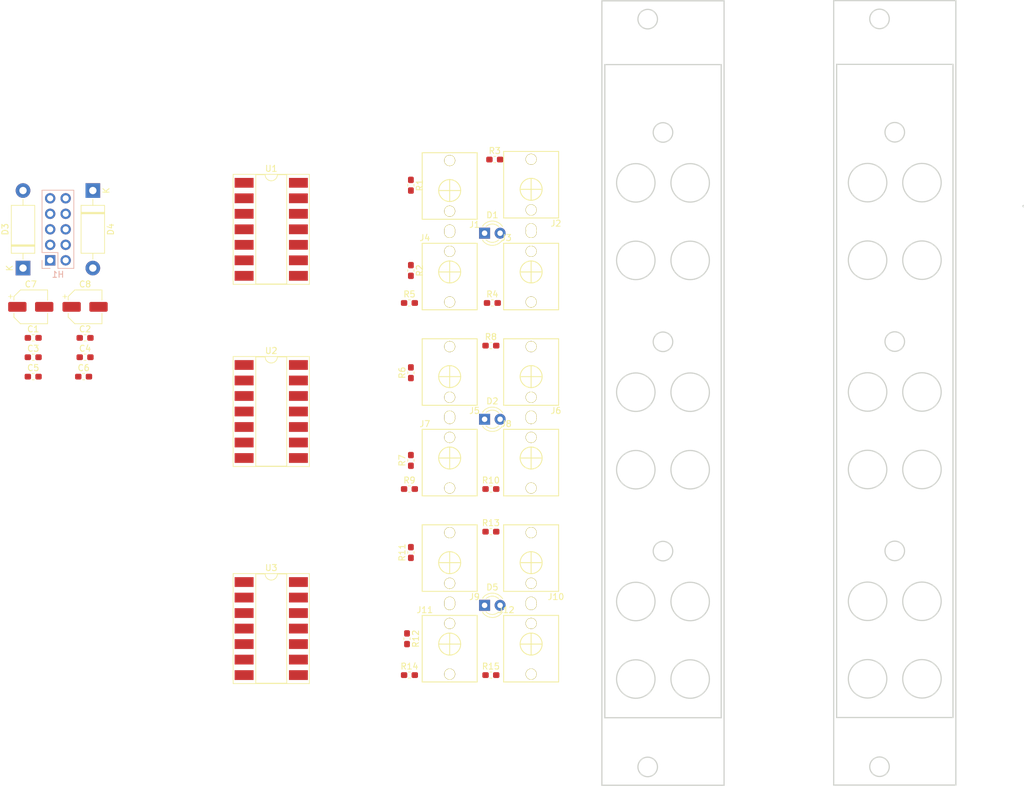
<source format=kicad_pcb>
(kicad_pcb (version 20171130) (host pcbnew "(5.1.0)-1")

  (general
    (thickness 1.6)
    (drawings 51)
    (tracks 0)
    (zones 0)
    (modules 44)
    (nets 42)
  )

  (page A4)
  (layers
    (0 F.Cu signal)
    (31 B.Cu signal)
    (32 B.Adhes user)
    (33 F.Adhes user)
    (34 B.Paste user)
    (35 F.Paste user)
    (36 B.SilkS user)
    (37 F.SilkS user)
    (38 B.Mask user)
    (39 F.Mask user)
    (40 Dwgs.User user)
    (41 Cmts.User user)
    (42 Eco1.User user)
    (43 Eco2.User user)
    (44 Edge.Cuts user)
    (45 Margin user)
    (46 B.CrtYd user)
    (47 F.CrtYd user)
    (48 B.Fab user)
    (49 F.Fab user)
  )

  (setup
    (last_trace_width 0.25)
    (trace_clearance 0.2)
    (zone_clearance 0.508)
    (zone_45_only no)
    (trace_min 0.2)
    (via_size 0.8)
    (via_drill 0.4)
    (via_min_size 0.4)
    (via_min_drill 0.3)
    (uvia_size 0.3)
    (uvia_drill 0.1)
    (uvias_allowed no)
    (uvia_min_size 0.2)
    (uvia_min_drill 0.1)
    (edge_width 0.05)
    (segment_width 0.2)
    (pcb_text_width 0.3)
    (pcb_text_size 1.5 1.5)
    (mod_edge_width 0.12)
    (mod_text_size 1 1)
    (mod_text_width 0.15)
    (pad_size 1.524 1.524)
    (pad_drill 0.762)
    (pad_to_mask_clearance 0.051)
    (solder_mask_min_width 0.25)
    (aux_axis_origin 0 0)
    (visible_elements FFFFFF7F)
    (pcbplotparams
      (layerselection 0x010fc_ffffffff)
      (usegerberextensions false)
      (usegerberattributes false)
      (usegerberadvancedattributes false)
      (creategerberjobfile false)
      (excludeedgelayer true)
      (linewidth 0.100000)
      (plotframeref false)
      (viasonmask false)
      (mode 1)
      (useauxorigin false)
      (hpglpennumber 1)
      (hpglpenspeed 20)
      (hpglpendiameter 15.000000)
      (psnegative false)
      (psa4output false)
      (plotreference true)
      (plotvalue true)
      (plotinvisibletext false)
      (padsonsilk false)
      (subtractmaskfromsilk false)
      (outputformat 1)
      (mirror false)
      (drillshape 1)
      (scaleselection 1)
      (outputdirectory ""))
  )

  (net 0 "")
  (net 1 GND)
  (net 2 "Net-(C1-Pad1)")
  (net 3 "Net-(D1-Pad2)")
  (net 4 "Net-(D1-Pad1)")
  (net 5 "Net-(D2-Pad2)")
  (net 6 "Net-(D2-Pad1)")
  (net 7 "Net-(D3-Pad2)")
  (net 8 "Net-(D5-Pad1)")
  (net 9 "Net-(J1-Pad3)")
  (net 10 "Net-(J2-Pad3)")
  (net 11 "Net-(J2-Pad2)")
  (net 12 "Net-(J3-Pad3)")
  (net 13 "Net-(J3-Pad2)")
  (net 14 "Net-(J4-Pad3)")
  (net 15 "Net-(J4-Pad2)")
  (net 16 "Net-(J6-Pad3)")
  (net 17 "Net-(J6-Pad2)")
  (net 18 "Net-(J7-Pad3)")
  (net 19 "Net-(J7-Pad2)")
  (net 20 "Net-(J8-Pad3)")
  (net 21 "Net-(J8-Pad2)")
  (net 22 "Net-(R3-Pad1)")
  (net 23 "Net-(R8-Pad1)")
  (net 24 "Net-(R9-Pad1)")
  (net 25 "Net-(R10-Pad1)")
  (net 26 "Net-(C2-Pad2)")
  (net 27 "Net-(D4-Pad1)")
  (net 28 "Net-(D5-Pad2)")
  (net 29 "Net-(J5-Pad1)")
  (net 30 "Net-(J9-Pad1)")
  (net 31 "Net-(J10-Pad3)")
  (net 32 "Net-(J10-Pad2)")
  (net 33 "Net-(J11-Pad3)")
  (net 34 "Net-(J11-Pad2)")
  (net 35 "Net-(J12-Pad3)")
  (net 36 "Net-(J12-Pad2)")
  (net 37 "Net-(R4-Pad1)")
  (net 38 "Net-(R5-Pad1)")
  (net 39 "Net-(R13-Pad1)")
  (net 40 "Net-(R14-Pad1)")
  (net 41 "Net-(R15-Pad1)")

  (net_class Default "This is the default net class."
    (clearance 0.2)
    (trace_width 0.25)
    (via_dia 0.8)
    (via_drill 0.4)
    (uvia_dia 0.3)
    (uvia_drill 0.1)
    (add_net GND)
    (add_net "Net-(C1-Pad1)")
    (add_net "Net-(C2-Pad2)")
    (add_net "Net-(D1-Pad1)")
    (add_net "Net-(D1-Pad2)")
    (add_net "Net-(D2-Pad1)")
    (add_net "Net-(D2-Pad2)")
    (add_net "Net-(D3-Pad2)")
    (add_net "Net-(D4-Pad1)")
    (add_net "Net-(D5-Pad1)")
    (add_net "Net-(D5-Pad2)")
    (add_net "Net-(J1-Pad3)")
    (add_net "Net-(J10-Pad2)")
    (add_net "Net-(J10-Pad3)")
    (add_net "Net-(J11-Pad2)")
    (add_net "Net-(J11-Pad3)")
    (add_net "Net-(J12-Pad2)")
    (add_net "Net-(J12-Pad3)")
    (add_net "Net-(J2-Pad2)")
    (add_net "Net-(J2-Pad3)")
    (add_net "Net-(J3-Pad2)")
    (add_net "Net-(J3-Pad3)")
    (add_net "Net-(J4-Pad2)")
    (add_net "Net-(J4-Pad3)")
    (add_net "Net-(J5-Pad1)")
    (add_net "Net-(J6-Pad2)")
    (add_net "Net-(J6-Pad3)")
    (add_net "Net-(J7-Pad2)")
    (add_net "Net-(J7-Pad3)")
    (add_net "Net-(J8-Pad2)")
    (add_net "Net-(J8-Pad3)")
    (add_net "Net-(J9-Pad1)")
    (add_net "Net-(R10-Pad1)")
    (add_net "Net-(R13-Pad1)")
    (add_net "Net-(R14-Pad1)")
    (add_net "Net-(R15-Pad1)")
    (add_net "Net-(R3-Pad1)")
    (add_net "Net-(R4-Pad1)")
    (add_net "Net-(R5-Pad1)")
    (add_net "Net-(R8-Pad1)")
    (add_net "Net-(R9-Pad1)")
  )

  (module Resistor_SMD:R_0603_1608Metric_Pad1.05x0.95mm_HandSolder (layer F.Cu) (tedit 5B301BBD) (tstamp 5CD1C92E)
    (at 13.335 107.075 90)
    (descr "Resistor SMD 0603 (1608 Metric), square (rectangular) end terminal, IPC_7351 nominal with elongated pad for handsoldering. (Body size source: http://www.tortai-tech.com/upload/download/2011102023233369053.pdf), generated with kicad-footprint-generator")
    (tags "resistor handsolder")
    (path /5CDC1ABB)
    (attr smd)
    (fp_text reference R7 (at 0 -1.43 90) (layer F.SilkS)
      (effects (font (size 1 1) (thickness 0.15)))
    )
    (fp_text value 1k (at 0 1.43 90) (layer F.Fab)
      (effects (font (size 1 1) (thickness 0.15)))
    )
    (fp_text user %R (at 0 0 90) (layer F.Fab)
      (effects (font (size 0.4 0.4) (thickness 0.06)))
    )
    (fp_line (start 1.65 0.73) (end -1.65 0.73) (layer F.CrtYd) (width 0.05))
    (fp_line (start 1.65 -0.73) (end 1.65 0.73) (layer F.CrtYd) (width 0.05))
    (fp_line (start -1.65 -0.73) (end 1.65 -0.73) (layer F.CrtYd) (width 0.05))
    (fp_line (start -1.65 0.73) (end -1.65 -0.73) (layer F.CrtYd) (width 0.05))
    (fp_line (start -0.171267 0.51) (end 0.171267 0.51) (layer F.SilkS) (width 0.12))
    (fp_line (start -0.171267 -0.51) (end 0.171267 -0.51) (layer F.SilkS) (width 0.12))
    (fp_line (start 0.8 0.4) (end -0.8 0.4) (layer F.Fab) (width 0.1))
    (fp_line (start 0.8 -0.4) (end 0.8 0.4) (layer F.Fab) (width 0.1))
    (fp_line (start -0.8 -0.4) (end 0.8 -0.4) (layer F.Fab) (width 0.1))
    (fp_line (start -0.8 0.4) (end -0.8 -0.4) (layer F.Fab) (width 0.1))
    (pad 2 smd roundrect (at 0.875 0 90) (size 1.05 0.95) (layers F.Cu F.Paste F.Mask) (roundrect_rratio 0.25)
      (net 5 "Net-(D2-Pad2)"))
    (pad 1 smd roundrect (at -0.875 0 90) (size 1.05 0.95) (layers F.Cu F.Paste F.Mask) (roundrect_rratio 0.25)
      (net 1 GND))
    (model ${KISYS3DMOD}/Resistor_SMD.3dshapes/R_0603_1608Metric.wrl
      (at (xyz 0 0 0))
      (scale (xyz 1 1 1))
      (rotate (xyz 0 0 0))
    )
  )

  (module Resistor_SMD:R_0603_1608Metric_Pad1.05x0.95mm_HandSolder (layer F.Cu) (tedit 5B301BBD) (tstamp 5CD1C8A6)
    (at 13.335 122.16 90)
    (descr "Resistor SMD 0603 (1608 Metric), square (rectangular) end terminal, IPC_7351 nominal with elongated pad for handsoldering. (Body size source: http://www.tortai-tech.com/upload/download/2011102023233369053.pdf), generated with kicad-footprint-generator")
    (tags "resistor handsolder")
    (path /5CDD3CDA)
    (attr smd)
    (fp_text reference R11 (at 0 -1.43 90) (layer F.SilkS)
      (effects (font (size 1 1) (thickness 0.15)))
    )
    (fp_text value 10m (at 0 1.43 90) (layer F.Fab)
      (effects (font (size 1 1) (thickness 0.15)))
    )
    (fp_text user %R (at 0 0 90) (layer F.Fab)
      (effects (font (size 0.4 0.4) (thickness 0.06)))
    )
    (fp_line (start 1.65 0.73) (end -1.65 0.73) (layer F.CrtYd) (width 0.05))
    (fp_line (start 1.65 -0.73) (end 1.65 0.73) (layer F.CrtYd) (width 0.05))
    (fp_line (start -1.65 -0.73) (end 1.65 -0.73) (layer F.CrtYd) (width 0.05))
    (fp_line (start -1.65 0.73) (end -1.65 -0.73) (layer F.CrtYd) (width 0.05))
    (fp_line (start -0.171267 0.51) (end 0.171267 0.51) (layer F.SilkS) (width 0.12))
    (fp_line (start -0.171267 -0.51) (end 0.171267 -0.51) (layer F.SilkS) (width 0.12))
    (fp_line (start 0.8 0.4) (end -0.8 0.4) (layer F.Fab) (width 0.1))
    (fp_line (start 0.8 -0.4) (end 0.8 0.4) (layer F.Fab) (width 0.1))
    (fp_line (start -0.8 -0.4) (end 0.8 -0.4) (layer F.Fab) (width 0.1))
    (fp_line (start -0.8 0.4) (end -0.8 -0.4) (layer F.Fab) (width 0.1))
    (pad 2 smd roundrect (at 0.875 0 90) (size 1.05 0.95) (layers F.Cu F.Paste F.Mask) (roundrect_rratio 0.25)
      (net 1 GND))
    (pad 1 smd roundrect (at -0.875 0 90) (size 1.05 0.95) (layers F.Cu F.Paste F.Mask) (roundrect_rratio 0.25)
      (net 30 "Net-(J9-Pad1)"))
    (model ${KISYS3DMOD}/Resistor_SMD.3dshapes/R_0603_1608Metric.wrl
      (at (xyz 0 0 0))
      (scale (xyz 1 1 1))
      (rotate (xyz 0 0 0))
    )
  )

  (module Resistor_SMD:R_0603_1608Metric_Pad1.05x0.95mm_HandSolder (layer F.Cu) (tedit 5B301BBD) (tstamp 5CD20459)
    (at 26.67 81.28)
    (descr "Resistor SMD 0603 (1608 Metric), square (rectangular) end terminal, IPC_7351 nominal with elongated pad for handsoldering. (Body size source: http://www.tortai-tech.com/upload/download/2011102023233369053.pdf), generated with kicad-footprint-generator")
    (tags "resistor handsolder")
    (path /5CD4F82A)
    (attr smd)
    (fp_text reference R4 (at 0 -1.43) (layer F.SilkS)
      (effects (font (size 1 1) (thickness 0.15)))
    )
    (fp_text value 51 (at 0 1.43) (layer F.Fab)
      (effects (font (size 1 1) (thickness 0.15)))
    )
    (fp_text user %R (at 0 0) (layer F.Fab)
      (effects (font (size 0.4 0.4) (thickness 0.06)))
    )
    (fp_line (start 1.65 0.73) (end -1.65 0.73) (layer F.CrtYd) (width 0.05))
    (fp_line (start 1.65 -0.73) (end 1.65 0.73) (layer F.CrtYd) (width 0.05))
    (fp_line (start -1.65 -0.73) (end 1.65 -0.73) (layer F.CrtYd) (width 0.05))
    (fp_line (start -1.65 0.73) (end -1.65 -0.73) (layer F.CrtYd) (width 0.05))
    (fp_line (start -0.171267 0.51) (end 0.171267 0.51) (layer F.SilkS) (width 0.12))
    (fp_line (start -0.171267 -0.51) (end 0.171267 -0.51) (layer F.SilkS) (width 0.12))
    (fp_line (start 0.8 0.4) (end -0.8 0.4) (layer F.Fab) (width 0.1))
    (fp_line (start 0.8 -0.4) (end 0.8 0.4) (layer F.Fab) (width 0.1))
    (fp_line (start -0.8 -0.4) (end 0.8 -0.4) (layer F.Fab) (width 0.1))
    (fp_line (start -0.8 0.4) (end -0.8 -0.4) (layer F.Fab) (width 0.1))
    (pad 2 smd roundrect (at 0.875 0) (size 1.05 0.95) (layers F.Cu F.Paste F.Mask) (roundrect_rratio 0.25)
      (net 12 "Net-(J3-Pad3)"))
    (pad 1 smd roundrect (at -0.875 0) (size 1.05 0.95) (layers F.Cu F.Paste F.Mask) (roundrect_rratio 0.25)
      (net 37 "Net-(R4-Pad1)"))
    (model ${KISYS3DMOD}/Resistor_SMD.3dshapes/R_0603_1608Metric.wrl
      (at (xyz 0 0 0))
      (scale (xyz 1 1 1))
      (rotate (xyz 0 0 0))
    )
  )

  (module Resistor_SMD:R_0603_1608Metric_Pad1.05x0.95mm_HandSolder (layer F.Cu) (tedit 5B301BBD) (tstamp 5CD1C873)
    (at 26.43 118.745)
    (descr "Resistor SMD 0603 (1608 Metric), square (rectangular) end terminal, IPC_7351 nominal with elongated pad for handsoldering. (Body size source: http://www.tortai-tech.com/upload/download/2011102023233369053.pdf), generated with kicad-footprint-generator")
    (tags "resistor handsolder")
    (path /5CDD3D02)
    (attr smd)
    (fp_text reference R13 (at 0 -1.43) (layer F.SilkS)
      (effects (font (size 1 1) (thickness 0.15)))
    )
    (fp_text value 51 (at 0 1.43) (layer F.Fab)
      (effects (font (size 1 1) (thickness 0.15)))
    )
    (fp_text user %R (at 0 0) (layer F.Fab)
      (effects (font (size 0.4 0.4) (thickness 0.06)))
    )
    (fp_line (start 1.65 0.73) (end -1.65 0.73) (layer F.CrtYd) (width 0.05))
    (fp_line (start 1.65 -0.73) (end 1.65 0.73) (layer F.CrtYd) (width 0.05))
    (fp_line (start -1.65 -0.73) (end 1.65 -0.73) (layer F.CrtYd) (width 0.05))
    (fp_line (start -1.65 0.73) (end -1.65 -0.73) (layer F.CrtYd) (width 0.05))
    (fp_line (start -0.171267 0.51) (end 0.171267 0.51) (layer F.SilkS) (width 0.12))
    (fp_line (start -0.171267 -0.51) (end 0.171267 -0.51) (layer F.SilkS) (width 0.12))
    (fp_line (start 0.8 0.4) (end -0.8 0.4) (layer F.Fab) (width 0.1))
    (fp_line (start 0.8 -0.4) (end 0.8 0.4) (layer F.Fab) (width 0.1))
    (fp_line (start -0.8 -0.4) (end 0.8 -0.4) (layer F.Fab) (width 0.1))
    (fp_line (start -0.8 0.4) (end -0.8 -0.4) (layer F.Fab) (width 0.1))
    (pad 2 smd roundrect (at 0.875 0) (size 1.05 0.95) (layers F.Cu F.Paste F.Mask) (roundrect_rratio 0.25)
      (net 31 "Net-(J10-Pad3)"))
    (pad 1 smd roundrect (at -0.875 0) (size 1.05 0.95) (layers F.Cu F.Paste F.Mask) (roundrect_rratio 0.25)
      (net 39 "Net-(R13-Pad1)"))
    (model ${KISYS3DMOD}/Resistor_SMD.3dshapes/R_0603_1608Metric.wrl
      (at (xyz 0 0 0))
      (scale (xyz 1 1 1))
      (rotate (xyz 0 0 0))
    )
  )

  (module Resistor_SMD:R_0603_1608Metric_Pad1.05x0.95mm_HandSolder (layer F.Cu) (tedit 5B301BBD) (tstamp 5CD1C8C8)
    (at 13.095 111.76)
    (descr "Resistor SMD 0603 (1608 Metric), square (rectangular) end terminal, IPC_7351 nominal with elongated pad for handsoldering. (Body size source: http://www.tortai-tech.com/upload/download/2011102023233369053.pdf), generated with kicad-footprint-generator")
    (tags "resistor handsolder")
    (path /5CDC1AC9)
    (attr smd)
    (fp_text reference R9 (at 0 -1.43) (layer F.SilkS)
      (effects (font (size 1 1) (thickness 0.15)))
    )
    (fp_text value 51 (at 0 1.43) (layer F.Fab)
      (effects (font (size 1 1) (thickness 0.15)))
    )
    (fp_text user %R (at 0 0) (layer F.Fab)
      (effects (font (size 0.4 0.4) (thickness 0.06)))
    )
    (fp_line (start 1.65 0.73) (end -1.65 0.73) (layer F.CrtYd) (width 0.05))
    (fp_line (start 1.65 -0.73) (end 1.65 0.73) (layer F.CrtYd) (width 0.05))
    (fp_line (start -1.65 -0.73) (end 1.65 -0.73) (layer F.CrtYd) (width 0.05))
    (fp_line (start -1.65 0.73) (end -1.65 -0.73) (layer F.CrtYd) (width 0.05))
    (fp_line (start -0.171267 0.51) (end 0.171267 0.51) (layer F.SilkS) (width 0.12))
    (fp_line (start -0.171267 -0.51) (end 0.171267 -0.51) (layer F.SilkS) (width 0.12))
    (fp_line (start 0.8 0.4) (end -0.8 0.4) (layer F.Fab) (width 0.1))
    (fp_line (start 0.8 -0.4) (end 0.8 0.4) (layer F.Fab) (width 0.1))
    (fp_line (start -0.8 -0.4) (end 0.8 -0.4) (layer F.Fab) (width 0.1))
    (fp_line (start -0.8 0.4) (end -0.8 -0.4) (layer F.Fab) (width 0.1))
    (pad 2 smd roundrect (at 0.875 0) (size 1.05 0.95) (layers F.Cu F.Paste F.Mask) (roundrect_rratio 0.25)
      (net 18 "Net-(J7-Pad3)"))
    (pad 1 smd roundrect (at -0.875 0) (size 1.05 0.95) (layers F.Cu F.Paste F.Mask) (roundrect_rratio 0.25)
      (net 24 "Net-(R9-Pad1)"))
    (model ${KISYS3DMOD}/Resistor_SMD.3dshapes/R_0603_1608Metric.wrl
      (at (xyz 0 0 0))
      (scale (xyz 1 1 1))
      (rotate (xyz 0 0 0))
    )
  )

  (module Resistor_SMD:R_0603_1608Metric_Pad1.05x0.95mm_HandSolder (layer F.Cu) (tedit 5B301BBD) (tstamp 5CD1C93F)
    (at 12.7 136.285 270)
    (descr "Resistor SMD 0603 (1608 Metric), square (rectangular) end terminal, IPC_7351 nominal with elongated pad for handsoldering. (Body size source: http://www.tortai-tech.com/upload/download/2011102023233369053.pdf), generated with kicad-footprint-generator")
    (tags "resistor handsolder")
    (path /5CDD3CFB)
    (attr smd)
    (fp_text reference R12 (at 0 -1.43 270) (layer F.SilkS)
      (effects (font (size 1 1) (thickness 0.15)))
    )
    (fp_text value 1k (at 0 1.43 270) (layer F.Fab)
      (effects (font (size 1 1) (thickness 0.15)))
    )
    (fp_text user %R (at 0 0 270) (layer F.Fab)
      (effects (font (size 0.4 0.4) (thickness 0.06)))
    )
    (fp_line (start 1.65 0.73) (end -1.65 0.73) (layer F.CrtYd) (width 0.05))
    (fp_line (start 1.65 -0.73) (end 1.65 0.73) (layer F.CrtYd) (width 0.05))
    (fp_line (start -1.65 -0.73) (end 1.65 -0.73) (layer F.CrtYd) (width 0.05))
    (fp_line (start -1.65 0.73) (end -1.65 -0.73) (layer F.CrtYd) (width 0.05))
    (fp_line (start -0.171267 0.51) (end 0.171267 0.51) (layer F.SilkS) (width 0.12))
    (fp_line (start -0.171267 -0.51) (end 0.171267 -0.51) (layer F.SilkS) (width 0.12))
    (fp_line (start 0.8 0.4) (end -0.8 0.4) (layer F.Fab) (width 0.1))
    (fp_line (start 0.8 -0.4) (end 0.8 0.4) (layer F.Fab) (width 0.1))
    (fp_line (start -0.8 -0.4) (end 0.8 -0.4) (layer F.Fab) (width 0.1))
    (fp_line (start -0.8 0.4) (end -0.8 -0.4) (layer F.Fab) (width 0.1))
    (pad 2 smd roundrect (at 0.875 0 270) (size 1.05 0.95) (layers F.Cu F.Paste F.Mask) (roundrect_rratio 0.25)
      (net 28 "Net-(D5-Pad2)"))
    (pad 1 smd roundrect (at -0.875 0 270) (size 1.05 0.95) (layers F.Cu F.Paste F.Mask) (roundrect_rratio 0.25)
      (net 1 GND))
    (model ${KISYS3DMOD}/Resistor_SMD.3dshapes/R_0603_1608Metric.wrl
      (at (xyz 0 0 0))
      (scale (xyz 1 1 1))
      (rotate (xyz 0 0 0))
    )
  )

  (module Resistor_SMD:R_0603_1608Metric_Pad1.05x0.95mm_HandSolder (layer F.Cu) (tedit 5B301BBD) (tstamp 5CD1C862)
    (at 26.43 88.265)
    (descr "Resistor SMD 0603 (1608 Metric), square (rectangular) end terminal, IPC_7351 nominal with elongated pad for handsoldering. (Body size source: http://www.tortai-tech.com/upload/download/2011102023233369053.pdf), generated with kicad-footprint-generator")
    (tags "resistor handsolder")
    (path /5CDC1AC2)
    (attr smd)
    (fp_text reference R8 (at 0 -1.43) (layer F.SilkS)
      (effects (font (size 1 1) (thickness 0.15)))
    )
    (fp_text value 51 (at 0 1.43) (layer F.Fab)
      (effects (font (size 1 1) (thickness 0.15)))
    )
    (fp_text user %R (at 0 0) (layer F.Fab)
      (effects (font (size 0.4 0.4) (thickness 0.06)))
    )
    (fp_line (start 1.65 0.73) (end -1.65 0.73) (layer F.CrtYd) (width 0.05))
    (fp_line (start 1.65 -0.73) (end 1.65 0.73) (layer F.CrtYd) (width 0.05))
    (fp_line (start -1.65 -0.73) (end 1.65 -0.73) (layer F.CrtYd) (width 0.05))
    (fp_line (start -1.65 0.73) (end -1.65 -0.73) (layer F.CrtYd) (width 0.05))
    (fp_line (start -0.171267 0.51) (end 0.171267 0.51) (layer F.SilkS) (width 0.12))
    (fp_line (start -0.171267 -0.51) (end 0.171267 -0.51) (layer F.SilkS) (width 0.12))
    (fp_line (start 0.8 0.4) (end -0.8 0.4) (layer F.Fab) (width 0.1))
    (fp_line (start 0.8 -0.4) (end 0.8 0.4) (layer F.Fab) (width 0.1))
    (fp_line (start -0.8 -0.4) (end 0.8 -0.4) (layer F.Fab) (width 0.1))
    (fp_line (start -0.8 0.4) (end -0.8 -0.4) (layer F.Fab) (width 0.1))
    (pad 2 smd roundrect (at 0.875 0) (size 1.05 0.95) (layers F.Cu F.Paste F.Mask) (roundrect_rratio 0.25)
      (net 16 "Net-(J6-Pad3)"))
    (pad 1 smd roundrect (at -0.875 0) (size 1.05 0.95) (layers F.Cu F.Paste F.Mask) (roundrect_rratio 0.25)
      (net 23 "Net-(R8-Pad1)"))
    (model ${KISYS3DMOD}/Resistor_SMD.3dshapes/R_0603_1608Metric.wrl
      (at (xyz 0 0 0))
      (scale (xyz 1 1 1))
      (rotate (xyz 0 0 0))
    )
  )

  (module Resistor_SMD:R_0603_1608Metric_Pad1.05x0.95mm_HandSolder (layer F.Cu) (tedit 5B301BBD) (tstamp 5CD1C851)
    (at 27.065 57.785)
    (descr "Resistor SMD 0603 (1608 Metric), square (rectangular) end terminal, IPC_7351 nominal with elongated pad for handsoldering. (Body size source: http://www.tortai-tech.com/upload/download/2011102023233369053.pdf), generated with kicad-footprint-generator")
    (tags "resistor handsolder")
    (path /5CD4D97E)
    (attr smd)
    (fp_text reference R3 (at 0 -1.43) (layer F.SilkS)
      (effects (font (size 1 1) (thickness 0.15)))
    )
    (fp_text value 51 (at 0 1.43) (layer F.Fab)
      (effects (font (size 1 1) (thickness 0.15)))
    )
    (fp_text user %R (at 0 0) (layer F.Fab)
      (effects (font (size 0.4 0.4) (thickness 0.06)))
    )
    (fp_line (start 1.65 0.73) (end -1.65 0.73) (layer F.CrtYd) (width 0.05))
    (fp_line (start 1.65 -0.73) (end 1.65 0.73) (layer F.CrtYd) (width 0.05))
    (fp_line (start -1.65 -0.73) (end 1.65 -0.73) (layer F.CrtYd) (width 0.05))
    (fp_line (start -1.65 0.73) (end -1.65 -0.73) (layer F.CrtYd) (width 0.05))
    (fp_line (start -0.171267 0.51) (end 0.171267 0.51) (layer F.SilkS) (width 0.12))
    (fp_line (start -0.171267 -0.51) (end 0.171267 -0.51) (layer F.SilkS) (width 0.12))
    (fp_line (start 0.8 0.4) (end -0.8 0.4) (layer F.Fab) (width 0.1))
    (fp_line (start 0.8 -0.4) (end 0.8 0.4) (layer F.Fab) (width 0.1))
    (fp_line (start -0.8 -0.4) (end 0.8 -0.4) (layer F.Fab) (width 0.1))
    (fp_line (start -0.8 0.4) (end -0.8 -0.4) (layer F.Fab) (width 0.1))
    (pad 2 smd roundrect (at 0.875 0) (size 1.05 0.95) (layers F.Cu F.Paste F.Mask) (roundrect_rratio 0.25)
      (net 10 "Net-(J2-Pad3)"))
    (pad 1 smd roundrect (at -0.875 0) (size 1.05 0.95) (layers F.Cu F.Paste F.Mask) (roundrect_rratio 0.25)
      (net 22 "Net-(R3-Pad1)"))
    (model ${KISYS3DMOD}/Resistor_SMD.3dshapes/R_0603_1608Metric.wrl
      (at (xyz 0 0 0))
      (scale (xyz 1 1 1))
      (rotate (xyz 0 0 0))
    )
  )

  (module Resistor_SMD:R_0603_1608Metric_Pad1.05x0.95mm_HandSolder (layer F.Cu) (tedit 5B301BBD) (tstamp 5CD204DB)
    (at 26.43 111.76)
    (descr "Resistor SMD 0603 (1608 Metric), square (rectangular) end terminal, IPC_7351 nominal with elongated pad for handsoldering. (Body size source: http://www.tortai-tech.com/upload/download/2011102023233369053.pdf), generated with kicad-footprint-generator")
    (tags "resistor handsolder")
    (path /5CDC1AD0)
    (attr smd)
    (fp_text reference R10 (at 0 -1.43) (layer F.SilkS)
      (effects (font (size 1 1) (thickness 0.15)))
    )
    (fp_text value 51 (at 0 1.43) (layer F.Fab)
      (effects (font (size 1 1) (thickness 0.15)))
    )
    (fp_text user %R (at 0 0) (layer F.Fab)
      (effects (font (size 0.4 0.4) (thickness 0.06)))
    )
    (fp_line (start 1.65 0.73) (end -1.65 0.73) (layer F.CrtYd) (width 0.05))
    (fp_line (start 1.65 -0.73) (end 1.65 0.73) (layer F.CrtYd) (width 0.05))
    (fp_line (start -1.65 -0.73) (end 1.65 -0.73) (layer F.CrtYd) (width 0.05))
    (fp_line (start -1.65 0.73) (end -1.65 -0.73) (layer F.CrtYd) (width 0.05))
    (fp_line (start -0.171267 0.51) (end 0.171267 0.51) (layer F.SilkS) (width 0.12))
    (fp_line (start -0.171267 -0.51) (end 0.171267 -0.51) (layer F.SilkS) (width 0.12))
    (fp_line (start 0.8 0.4) (end -0.8 0.4) (layer F.Fab) (width 0.1))
    (fp_line (start 0.8 -0.4) (end 0.8 0.4) (layer F.Fab) (width 0.1))
    (fp_line (start -0.8 -0.4) (end 0.8 -0.4) (layer F.Fab) (width 0.1))
    (fp_line (start -0.8 0.4) (end -0.8 -0.4) (layer F.Fab) (width 0.1))
    (pad 2 smd roundrect (at 0.875 0) (size 1.05 0.95) (layers F.Cu F.Paste F.Mask) (roundrect_rratio 0.25)
      (net 20 "Net-(J8-Pad3)"))
    (pad 1 smd roundrect (at -0.875 0) (size 1.05 0.95) (layers F.Cu F.Paste F.Mask) (roundrect_rratio 0.25)
      (net 25 "Net-(R10-Pad1)"))
    (model ${KISYS3DMOD}/Resistor_SMD.3dshapes/R_0603_1608Metric.wrl
      (at (xyz 0 0 0))
      (scale (xyz 1 1 1))
      (rotate (xyz 0 0 0))
    )
  )

  (module Resistor_SMD:R_0603_1608Metric_Pad1.05x0.95mm_HandSolder (layer F.Cu) (tedit 5B301BBD) (tstamp 5CD1C8EA)
    (at 13.095 81.28)
    (descr "Resistor SMD 0603 (1608 Metric), square (rectangular) end terminal, IPC_7351 nominal with elongated pad for handsoldering. (Body size source: http://www.tortai-tech.com/upload/download/2011102023233369053.pdf), generated with kicad-footprint-generator")
    (tags "resistor handsolder")
    (path /5CD4FF90)
    (attr smd)
    (fp_text reference R5 (at 0 -1.43) (layer F.SilkS)
      (effects (font (size 1 1) (thickness 0.15)))
    )
    (fp_text value 51 (at 0 1.43) (layer F.Fab)
      (effects (font (size 1 1) (thickness 0.15)))
    )
    (fp_text user %R (at 0 0) (layer F.Fab)
      (effects (font (size 0.4 0.4) (thickness 0.06)))
    )
    (fp_line (start 1.65 0.73) (end -1.65 0.73) (layer F.CrtYd) (width 0.05))
    (fp_line (start 1.65 -0.73) (end 1.65 0.73) (layer F.CrtYd) (width 0.05))
    (fp_line (start -1.65 -0.73) (end 1.65 -0.73) (layer F.CrtYd) (width 0.05))
    (fp_line (start -1.65 0.73) (end -1.65 -0.73) (layer F.CrtYd) (width 0.05))
    (fp_line (start -0.171267 0.51) (end 0.171267 0.51) (layer F.SilkS) (width 0.12))
    (fp_line (start -0.171267 -0.51) (end 0.171267 -0.51) (layer F.SilkS) (width 0.12))
    (fp_line (start 0.8 0.4) (end -0.8 0.4) (layer F.Fab) (width 0.1))
    (fp_line (start 0.8 -0.4) (end 0.8 0.4) (layer F.Fab) (width 0.1))
    (fp_line (start -0.8 -0.4) (end 0.8 -0.4) (layer F.Fab) (width 0.1))
    (fp_line (start -0.8 0.4) (end -0.8 -0.4) (layer F.Fab) (width 0.1))
    (pad 2 smd roundrect (at 0.875 0) (size 1.05 0.95) (layers F.Cu F.Paste F.Mask) (roundrect_rratio 0.25)
      (net 14 "Net-(J4-Pad3)"))
    (pad 1 smd roundrect (at -0.875 0) (size 1.05 0.95) (layers F.Cu F.Paste F.Mask) (roundrect_rratio 0.25)
      (net 38 "Net-(R5-Pad1)"))
    (model ${KISYS3DMOD}/Resistor_SMD.3dshapes/R_0603_1608Metric.wrl
      (at (xyz 0 0 0))
      (scale (xyz 1 1 1))
      (rotate (xyz 0 0 0))
    )
  )

  (module Resistor_SMD:R_0603_1608Metric_Pad1.05x0.95mm_HandSolder (layer F.Cu) (tedit 5B301BBD) (tstamp 5CD1F2E7)
    (at 13.335 61.99 270)
    (descr "Resistor SMD 0603 (1608 Metric), square (rectangular) end terminal, IPC_7351 nominal with elongated pad for handsoldering. (Body size source: http://www.tortai-tech.com/upload/download/2011102023233369053.pdf), generated with kicad-footprint-generator")
    (tags "resistor handsolder")
    (path /5CD3EFF0)
    (attr smd)
    (fp_text reference R1 (at 0 -1.43 270) (layer F.SilkS)
      (effects (font (size 1 1) (thickness 0.15)))
    )
    (fp_text value 10m (at 0 1.43 270) (layer F.Fab)
      (effects (font (size 1 1) (thickness 0.15)))
    )
    (fp_text user %R (at 0 0 270) (layer F.Fab)
      (effects (font (size 0.4 0.4) (thickness 0.06)))
    )
    (fp_line (start 1.65 0.73) (end -1.65 0.73) (layer F.CrtYd) (width 0.05))
    (fp_line (start 1.65 -0.73) (end 1.65 0.73) (layer F.CrtYd) (width 0.05))
    (fp_line (start -1.65 -0.73) (end 1.65 -0.73) (layer F.CrtYd) (width 0.05))
    (fp_line (start -1.65 0.73) (end -1.65 -0.73) (layer F.CrtYd) (width 0.05))
    (fp_line (start -0.171267 0.51) (end 0.171267 0.51) (layer F.SilkS) (width 0.12))
    (fp_line (start -0.171267 -0.51) (end 0.171267 -0.51) (layer F.SilkS) (width 0.12))
    (fp_line (start 0.8 0.4) (end -0.8 0.4) (layer F.Fab) (width 0.1))
    (fp_line (start 0.8 -0.4) (end 0.8 0.4) (layer F.Fab) (width 0.1))
    (fp_line (start -0.8 -0.4) (end 0.8 -0.4) (layer F.Fab) (width 0.1))
    (fp_line (start -0.8 0.4) (end -0.8 -0.4) (layer F.Fab) (width 0.1))
    (pad 2 smd roundrect (at 0.875 0 270) (size 1.05 0.95) (layers F.Cu F.Paste F.Mask) (roundrect_rratio 0.25)
      (net 1 GND))
    (pad 1 smd roundrect (at -0.875 0 270) (size 1.05 0.95) (layers F.Cu F.Paste F.Mask) (roundrect_rratio 0.25)
      (net 9 "Net-(J1-Pad3)"))
    (model ${KISYS3DMOD}/Resistor_SMD.3dshapes/R_0603_1608Metric.wrl
      (at (xyz 0 0 0))
      (scale (xyz 1 1 1))
      (rotate (xyz 0 0 0))
    )
  )

  (module Resistor_SMD:R_0603_1608Metric_Pad1.05x0.95mm_HandSolder (layer F.Cu) (tedit 5B301BBD) (tstamp 5CD1C91D)
    (at 13.335 75.96 270)
    (descr "Resistor SMD 0603 (1608 Metric), square (rectangular) end terminal, IPC_7351 nominal with elongated pad for handsoldering. (Body size source: http://www.tortai-tech.com/upload/download/2011102023233369053.pdf), generated with kicad-footprint-generator")
    (tags "resistor handsolder")
    (path /5CD4B753)
    (attr smd)
    (fp_text reference R2 (at 0 -1.43 270) (layer F.SilkS)
      (effects (font (size 1 1) (thickness 0.15)))
    )
    (fp_text value 1k (at 0 1.43 270) (layer F.Fab)
      (effects (font (size 1 1) (thickness 0.15)))
    )
    (fp_text user %R (at 0 0 270) (layer F.Fab)
      (effects (font (size 0.4 0.4) (thickness 0.06)))
    )
    (fp_line (start 1.65 0.73) (end -1.65 0.73) (layer F.CrtYd) (width 0.05))
    (fp_line (start 1.65 -0.73) (end 1.65 0.73) (layer F.CrtYd) (width 0.05))
    (fp_line (start -1.65 -0.73) (end 1.65 -0.73) (layer F.CrtYd) (width 0.05))
    (fp_line (start -1.65 0.73) (end -1.65 -0.73) (layer F.CrtYd) (width 0.05))
    (fp_line (start -0.171267 0.51) (end 0.171267 0.51) (layer F.SilkS) (width 0.12))
    (fp_line (start -0.171267 -0.51) (end 0.171267 -0.51) (layer F.SilkS) (width 0.12))
    (fp_line (start 0.8 0.4) (end -0.8 0.4) (layer F.Fab) (width 0.1))
    (fp_line (start 0.8 -0.4) (end 0.8 0.4) (layer F.Fab) (width 0.1))
    (fp_line (start -0.8 -0.4) (end 0.8 -0.4) (layer F.Fab) (width 0.1))
    (fp_line (start -0.8 0.4) (end -0.8 -0.4) (layer F.Fab) (width 0.1))
    (pad 2 smd roundrect (at 0.875 0 270) (size 1.05 0.95) (layers F.Cu F.Paste F.Mask) (roundrect_rratio 0.25)
      (net 3 "Net-(D1-Pad2)"))
    (pad 1 smd roundrect (at -0.875 0 270) (size 1.05 0.95) (layers F.Cu F.Paste F.Mask) (roundrect_rratio 0.25)
      (net 1 GND))
    (model ${KISYS3DMOD}/Resistor_SMD.3dshapes/R_0603_1608Metric.wrl
      (at (xyz 0 0 0))
      (scale (xyz 1 1 1))
      (rotate (xyz 0 0 0))
    )
  )

  (module Resistor_SMD:R_0603_1608Metric_Pad1.05x0.95mm_HandSolder (layer F.Cu) (tedit 5B301BBD) (tstamp 5CD1C895)
    (at 13.335 92.71 90)
    (descr "Resistor SMD 0603 (1608 Metric), square (rectangular) end terminal, IPC_7351 nominal with elongated pad for handsoldering. (Body size source: http://www.tortai-tech.com/upload/download/2011102023233369053.pdf), generated with kicad-footprint-generator")
    (tags "resistor handsolder")
    (path /5CDC1A9A)
    (attr smd)
    (fp_text reference R6 (at 0 -1.43 90) (layer F.SilkS)
      (effects (font (size 1 1) (thickness 0.15)))
    )
    (fp_text value 10m (at 0 1.43 90) (layer F.Fab)
      (effects (font (size 1 1) (thickness 0.15)))
    )
    (fp_text user %R (at 0 0 90) (layer F.Fab)
      (effects (font (size 0.4 0.4) (thickness 0.06)))
    )
    (fp_line (start 1.65 0.73) (end -1.65 0.73) (layer F.CrtYd) (width 0.05))
    (fp_line (start 1.65 -0.73) (end 1.65 0.73) (layer F.CrtYd) (width 0.05))
    (fp_line (start -1.65 -0.73) (end 1.65 -0.73) (layer F.CrtYd) (width 0.05))
    (fp_line (start -1.65 0.73) (end -1.65 -0.73) (layer F.CrtYd) (width 0.05))
    (fp_line (start -0.171267 0.51) (end 0.171267 0.51) (layer F.SilkS) (width 0.12))
    (fp_line (start -0.171267 -0.51) (end 0.171267 -0.51) (layer F.SilkS) (width 0.12))
    (fp_line (start 0.8 0.4) (end -0.8 0.4) (layer F.Fab) (width 0.1))
    (fp_line (start 0.8 -0.4) (end 0.8 0.4) (layer F.Fab) (width 0.1))
    (fp_line (start -0.8 -0.4) (end 0.8 -0.4) (layer F.Fab) (width 0.1))
    (fp_line (start -0.8 0.4) (end -0.8 -0.4) (layer F.Fab) (width 0.1))
    (pad 2 smd roundrect (at 0.875 0 90) (size 1.05 0.95) (layers F.Cu F.Paste F.Mask) (roundrect_rratio 0.25)
      (net 1 GND))
    (pad 1 smd roundrect (at -0.875 0 90) (size 1.05 0.95) (layers F.Cu F.Paste F.Mask) (roundrect_rratio 0.25)
      (net 29 "Net-(J5-Pad1)"))
    (model ${KISYS3DMOD}/Resistor_SMD.3dshapes/R_0603_1608Metric.wrl
      (at (xyz 0 0 0))
      (scale (xyz 1 1 1))
      (rotate (xyz 0 0 0))
    )
  )

  (module Resistor_SMD:R_0603_1608Metric_Pad1.05x0.95mm_HandSolder (layer F.Cu) (tedit 5B301BBD) (tstamp 5CD1C90C)
    (at 26.43 142.24)
    (descr "Resistor SMD 0603 (1608 Metric), square (rectangular) end terminal, IPC_7351 nominal with elongated pad for handsoldering. (Body size source: http://www.tortai-tech.com/upload/download/2011102023233369053.pdf), generated with kicad-footprint-generator")
    (tags "resistor handsolder")
    (path /5CDD3D10)
    (attr smd)
    (fp_text reference R15 (at 0 -1.43) (layer F.SilkS)
      (effects (font (size 1 1) (thickness 0.15)))
    )
    (fp_text value 51 (at 0 1.43) (layer F.Fab)
      (effects (font (size 1 1) (thickness 0.15)))
    )
    (fp_text user %R (at 0 0) (layer F.Fab)
      (effects (font (size 0.4 0.4) (thickness 0.06)))
    )
    (fp_line (start 1.65 0.73) (end -1.65 0.73) (layer F.CrtYd) (width 0.05))
    (fp_line (start 1.65 -0.73) (end 1.65 0.73) (layer F.CrtYd) (width 0.05))
    (fp_line (start -1.65 -0.73) (end 1.65 -0.73) (layer F.CrtYd) (width 0.05))
    (fp_line (start -1.65 0.73) (end -1.65 -0.73) (layer F.CrtYd) (width 0.05))
    (fp_line (start -0.171267 0.51) (end 0.171267 0.51) (layer F.SilkS) (width 0.12))
    (fp_line (start -0.171267 -0.51) (end 0.171267 -0.51) (layer F.SilkS) (width 0.12))
    (fp_line (start 0.8 0.4) (end -0.8 0.4) (layer F.Fab) (width 0.1))
    (fp_line (start 0.8 -0.4) (end 0.8 0.4) (layer F.Fab) (width 0.1))
    (fp_line (start -0.8 -0.4) (end 0.8 -0.4) (layer F.Fab) (width 0.1))
    (fp_line (start -0.8 0.4) (end -0.8 -0.4) (layer F.Fab) (width 0.1))
    (pad 2 smd roundrect (at 0.875 0) (size 1.05 0.95) (layers F.Cu F.Paste F.Mask) (roundrect_rratio 0.25)
      (net 35 "Net-(J12-Pad3)"))
    (pad 1 smd roundrect (at -0.875 0) (size 1.05 0.95) (layers F.Cu F.Paste F.Mask) (roundrect_rratio 0.25)
      (net 41 "Net-(R15-Pad1)"))
    (model ${KISYS3DMOD}/Resistor_SMD.3dshapes/R_0603_1608Metric.wrl
      (at (xyz 0 0 0))
      (scale (xyz 1 1 1))
      (rotate (xyz 0 0 0))
    )
  )

  (module Resistor_SMD:R_0603_1608Metric_Pad1.05x0.95mm_HandSolder (layer F.Cu) (tedit 5B301BBD) (tstamp 5CD1C8D9)
    (at 13.095 142.24)
    (descr "Resistor SMD 0603 (1608 Metric), square (rectangular) end terminal, IPC_7351 nominal with elongated pad for handsoldering. (Body size source: http://www.tortai-tech.com/upload/download/2011102023233369053.pdf), generated with kicad-footprint-generator")
    (tags "resistor handsolder")
    (path /5CDD3D09)
    (attr smd)
    (fp_text reference R14 (at 0 -1.43) (layer F.SilkS)
      (effects (font (size 1 1) (thickness 0.15)))
    )
    (fp_text value 51 (at 0 1.43) (layer F.Fab)
      (effects (font (size 1 1) (thickness 0.15)))
    )
    (fp_text user %R (at 0 0) (layer F.Fab)
      (effects (font (size 0.4 0.4) (thickness 0.06)))
    )
    (fp_line (start 1.65 0.73) (end -1.65 0.73) (layer F.CrtYd) (width 0.05))
    (fp_line (start 1.65 -0.73) (end 1.65 0.73) (layer F.CrtYd) (width 0.05))
    (fp_line (start -1.65 -0.73) (end 1.65 -0.73) (layer F.CrtYd) (width 0.05))
    (fp_line (start -1.65 0.73) (end -1.65 -0.73) (layer F.CrtYd) (width 0.05))
    (fp_line (start -0.171267 0.51) (end 0.171267 0.51) (layer F.SilkS) (width 0.12))
    (fp_line (start -0.171267 -0.51) (end 0.171267 -0.51) (layer F.SilkS) (width 0.12))
    (fp_line (start 0.8 0.4) (end -0.8 0.4) (layer F.Fab) (width 0.1))
    (fp_line (start 0.8 -0.4) (end 0.8 0.4) (layer F.Fab) (width 0.1))
    (fp_line (start -0.8 -0.4) (end 0.8 -0.4) (layer F.Fab) (width 0.1))
    (fp_line (start -0.8 0.4) (end -0.8 -0.4) (layer F.Fab) (width 0.1))
    (pad 2 smd roundrect (at 0.875 0) (size 1.05 0.95) (layers F.Cu F.Paste F.Mask) (roundrect_rratio 0.25)
      (net 33 "Net-(J11-Pad3)"))
    (pad 1 smd roundrect (at -0.875 0) (size 1.05 0.95) (layers F.Cu F.Paste F.Mask) (roundrect_rratio 0.25)
      (net 40 "Net-(R14-Pad1)"))
    (model ${KISYS3DMOD}/Resistor_SMD.3dshapes/R_0603_1608Metric.wrl
      (at (xyz 0 0 0))
      (scale (xyz 1 1 1))
      (rotate (xyz 0 0 0))
    )
  )

  (module Capacitor_SMD:C_0603_1608Metric_Pad1.05x0.95mm_HandSolder (layer F.Cu) (tedit 5B301BBE) (tstamp 5CD1C67E)
    (at -48.5 93.345)
    (descr "Capacitor SMD 0603 (1608 Metric), square (rectangular) end terminal, IPC_7351 nominal with elongated pad for handsoldering. (Body size source: http://www.tortai-tech.com/upload/download/2011102023233369053.pdf), generated with kicad-footprint-generator")
    (tags "capacitor handsolder")
    (path /5CD790FE)
    (attr smd)
    (fp_text reference C5 (at 0 -1.43) (layer F.SilkS)
      (effects (font (size 1 1) (thickness 0.15)))
    )
    (fp_text value 100n (at 0 1.43) (layer F.Fab)
      (effects (font (size 1 1) (thickness 0.15)))
    )
    (fp_text user %R (at 0 0) (layer F.Fab)
      (effects (font (size 0.4 0.4) (thickness 0.06)))
    )
    (fp_line (start 1.65 0.73) (end -1.65 0.73) (layer F.CrtYd) (width 0.05))
    (fp_line (start 1.65 -0.73) (end 1.65 0.73) (layer F.CrtYd) (width 0.05))
    (fp_line (start -1.65 -0.73) (end 1.65 -0.73) (layer F.CrtYd) (width 0.05))
    (fp_line (start -1.65 0.73) (end -1.65 -0.73) (layer F.CrtYd) (width 0.05))
    (fp_line (start -0.171267 0.51) (end 0.171267 0.51) (layer F.SilkS) (width 0.12))
    (fp_line (start -0.171267 -0.51) (end 0.171267 -0.51) (layer F.SilkS) (width 0.12))
    (fp_line (start 0.8 0.4) (end -0.8 0.4) (layer F.Fab) (width 0.1))
    (fp_line (start 0.8 -0.4) (end 0.8 0.4) (layer F.Fab) (width 0.1))
    (fp_line (start -0.8 -0.4) (end 0.8 -0.4) (layer F.Fab) (width 0.1))
    (fp_line (start -0.8 0.4) (end -0.8 -0.4) (layer F.Fab) (width 0.1))
    (pad 2 smd roundrect (at 0.875 0) (size 1.05 0.95) (layers F.Cu F.Paste F.Mask) (roundrect_rratio 0.25)
      (net 1 GND))
    (pad 1 smd roundrect (at -0.875 0) (size 1.05 0.95) (layers F.Cu F.Paste F.Mask) (roundrect_rratio 0.25)
      (net 2 "Net-(C1-Pad1)"))
    (model ${KISYS3DMOD}/Capacitor_SMD.3dshapes/C_0603_1608Metric.wrl
      (at (xyz 0 0 0))
      (scale (xyz 1 1 1))
      (rotate (xyz 0 0 0))
    )
  )

  (module Capacitor_SMD:C_0603_1608Metric_Pad1.05x0.95mm_HandSolder (layer F.Cu) (tedit 5B301BBE) (tstamp 5CD1C6B7)
    (at -40.005 86.995)
    (descr "Capacitor SMD 0603 (1608 Metric), square (rectangular) end terminal, IPC_7351 nominal with elongated pad for handsoldering. (Body size source: http://www.tortai-tech.com/upload/download/2011102023233369053.pdf), generated with kicad-footprint-generator")
    (tags "capacitor handsolder")
    (path /5CD7F280)
    (attr smd)
    (fp_text reference C2 (at 0 -1.43) (layer F.SilkS)
      (effects (font (size 1 1) (thickness 0.15)))
    )
    (fp_text value 100n (at 0 1.43) (layer F.Fab)
      (effects (font (size 1 1) (thickness 0.15)))
    )
    (fp_text user %R (at 0 0) (layer F.Fab)
      (effects (font (size 0.4 0.4) (thickness 0.06)))
    )
    (fp_line (start 1.65 0.73) (end -1.65 0.73) (layer F.CrtYd) (width 0.05))
    (fp_line (start 1.65 -0.73) (end 1.65 0.73) (layer F.CrtYd) (width 0.05))
    (fp_line (start -1.65 -0.73) (end 1.65 -0.73) (layer F.CrtYd) (width 0.05))
    (fp_line (start -1.65 0.73) (end -1.65 -0.73) (layer F.CrtYd) (width 0.05))
    (fp_line (start -0.171267 0.51) (end 0.171267 0.51) (layer F.SilkS) (width 0.12))
    (fp_line (start -0.171267 -0.51) (end 0.171267 -0.51) (layer F.SilkS) (width 0.12))
    (fp_line (start 0.8 0.4) (end -0.8 0.4) (layer F.Fab) (width 0.1))
    (fp_line (start 0.8 -0.4) (end 0.8 0.4) (layer F.Fab) (width 0.1))
    (fp_line (start -0.8 -0.4) (end 0.8 -0.4) (layer F.Fab) (width 0.1))
    (fp_line (start -0.8 0.4) (end -0.8 -0.4) (layer F.Fab) (width 0.1))
    (pad 2 smd roundrect (at 0.875 0) (size 1.05 0.95) (layers F.Cu F.Paste F.Mask) (roundrect_rratio 0.25)
      (net 26 "Net-(C2-Pad2)"))
    (pad 1 smd roundrect (at -0.875 0) (size 1.05 0.95) (layers F.Cu F.Paste F.Mask) (roundrect_rratio 0.25)
      (net 1 GND))
    (model ${KISYS3DMOD}/Capacitor_SMD.3dshapes/C_0603_1608Metric.wrl
      (at (xyz 0 0 0))
      (scale (xyz 1 1 1))
      (rotate (xyz 0 0 0))
    )
  )

  (module Capacitor_SMD:C_0603_1608Metric_Pad1.05x0.95mm_HandSolder (layer F.Cu) (tedit 5B301BBE) (tstamp 5CD1C6D9)
    (at -40.245 93.345)
    (descr "Capacitor SMD 0603 (1608 Metric), square (rectangular) end terminal, IPC_7351 nominal with elongated pad for handsoldering. (Body size source: http://www.tortai-tech.com/upload/download/2011102023233369053.pdf), generated with kicad-footprint-generator")
    (tags "capacitor handsolder")
    (path /5CD7F274)
    (attr smd)
    (fp_text reference C6 (at 0 -1.43) (layer F.SilkS)
      (effects (font (size 1 1) (thickness 0.15)))
    )
    (fp_text value 100n (at 0 1.43) (layer F.Fab)
      (effects (font (size 1 1) (thickness 0.15)))
    )
    (fp_text user %R (at 0 0) (layer F.Fab)
      (effects (font (size 0.4 0.4) (thickness 0.06)))
    )
    (fp_line (start 1.65 0.73) (end -1.65 0.73) (layer F.CrtYd) (width 0.05))
    (fp_line (start 1.65 -0.73) (end 1.65 0.73) (layer F.CrtYd) (width 0.05))
    (fp_line (start -1.65 -0.73) (end 1.65 -0.73) (layer F.CrtYd) (width 0.05))
    (fp_line (start -1.65 0.73) (end -1.65 -0.73) (layer F.CrtYd) (width 0.05))
    (fp_line (start -0.171267 0.51) (end 0.171267 0.51) (layer F.SilkS) (width 0.12))
    (fp_line (start -0.171267 -0.51) (end 0.171267 -0.51) (layer F.SilkS) (width 0.12))
    (fp_line (start 0.8 0.4) (end -0.8 0.4) (layer F.Fab) (width 0.1))
    (fp_line (start 0.8 -0.4) (end 0.8 0.4) (layer F.Fab) (width 0.1))
    (fp_line (start -0.8 -0.4) (end 0.8 -0.4) (layer F.Fab) (width 0.1))
    (fp_line (start -0.8 0.4) (end -0.8 -0.4) (layer F.Fab) (width 0.1))
    (pad 2 smd roundrect (at 0.875 0) (size 1.05 0.95) (layers F.Cu F.Paste F.Mask) (roundrect_rratio 0.25)
      (net 26 "Net-(C2-Pad2)"))
    (pad 1 smd roundrect (at -0.875 0) (size 1.05 0.95) (layers F.Cu F.Paste F.Mask) (roundrect_rratio 0.25)
      (net 1 GND))
    (model ${KISYS3DMOD}/Capacitor_SMD.3dshapes/C_0603_1608Metric.wrl
      (at (xyz 0 0 0))
      (scale (xyz 1 1 1))
      (rotate (xyz 0 0 0))
    )
  )

  (module Diode_THT:D_DO-15_P12.70mm_Horizontal (layer F.Cu) (tedit 5AE50CD5) (tstamp 5CD1C759)
    (at -50.165 75.565 90)
    (descr "Diode, DO-15 series, Axial, Horizontal, pin pitch=12.7mm, , length*diameter=7.6*3.6mm^2, , http://www.diodes.com/_files/packages/DO-15.pdf")
    (tags "Diode DO-15 series Axial Horizontal pin pitch 12.7mm  length 7.6mm diameter 3.6mm")
    (path /5CD7693E)
    (fp_text reference D3 (at 6.35 -2.92 90) (layer F.SilkS)
      (effects (font (size 1 1) (thickness 0.15)))
    )
    (fp_text value D (at 6.35 2.92 90) (layer F.Fab)
      (effects (font (size 1 1) (thickness 0.15)))
    )
    (fp_text user K (at 0 -2.2 90) (layer F.SilkS)
      (effects (font (size 1 1) (thickness 0.15)))
    )
    (fp_text user K (at 0 -2.2 90) (layer F.Fab)
      (effects (font (size 1 1) (thickness 0.15)))
    )
    (fp_text user %R (at 6.92 0 90) (layer F.Fab)
      (effects (font (size 1 1) (thickness 0.15)))
    )
    (fp_line (start 14.15 -2.05) (end -1.45 -2.05) (layer F.CrtYd) (width 0.05))
    (fp_line (start 14.15 2.05) (end 14.15 -2.05) (layer F.CrtYd) (width 0.05))
    (fp_line (start -1.45 2.05) (end 14.15 2.05) (layer F.CrtYd) (width 0.05))
    (fp_line (start -1.45 -2.05) (end -1.45 2.05) (layer F.CrtYd) (width 0.05))
    (fp_line (start 3.57 -1.92) (end 3.57 1.92) (layer F.SilkS) (width 0.12))
    (fp_line (start 3.81 -1.92) (end 3.81 1.92) (layer F.SilkS) (width 0.12))
    (fp_line (start 3.69 -1.92) (end 3.69 1.92) (layer F.SilkS) (width 0.12))
    (fp_line (start 11.26 0) (end 10.27 0) (layer F.SilkS) (width 0.12))
    (fp_line (start 1.44 0) (end 2.43 0) (layer F.SilkS) (width 0.12))
    (fp_line (start 10.27 -1.92) (end 2.43 -1.92) (layer F.SilkS) (width 0.12))
    (fp_line (start 10.27 1.92) (end 10.27 -1.92) (layer F.SilkS) (width 0.12))
    (fp_line (start 2.43 1.92) (end 10.27 1.92) (layer F.SilkS) (width 0.12))
    (fp_line (start 2.43 -1.92) (end 2.43 1.92) (layer F.SilkS) (width 0.12))
    (fp_line (start 3.59 -1.8) (end 3.59 1.8) (layer F.Fab) (width 0.1))
    (fp_line (start 3.79 -1.8) (end 3.79 1.8) (layer F.Fab) (width 0.1))
    (fp_line (start 3.69 -1.8) (end 3.69 1.8) (layer F.Fab) (width 0.1))
    (fp_line (start 12.7 0) (end 10.15 0) (layer F.Fab) (width 0.1))
    (fp_line (start 0 0) (end 2.55 0) (layer F.Fab) (width 0.1))
    (fp_line (start 10.15 -1.8) (end 2.55 -1.8) (layer F.Fab) (width 0.1))
    (fp_line (start 10.15 1.8) (end 10.15 -1.8) (layer F.Fab) (width 0.1))
    (fp_line (start 2.55 1.8) (end 10.15 1.8) (layer F.Fab) (width 0.1))
    (fp_line (start 2.55 -1.8) (end 2.55 1.8) (layer F.Fab) (width 0.1))
    (pad 2 thru_hole oval (at 12.7 0 90) (size 2.4 2.4) (drill 1.2) (layers *.Cu *.Mask)
      (net 7 "Net-(D3-Pad2)"))
    (pad 1 thru_hole rect (at 0 0 90) (size 2.4 2.4) (drill 1.2) (layers *.Cu *.Mask)
      (net 2 "Net-(C1-Pad1)"))
    (model ${KISYS3DMOD}/Diode_THT.3dshapes/D_DO-15_P12.70mm_Horizontal.wrl
      (at (xyz 0 0 0))
      (scale (xyz 1 1 1))
      (rotate (xyz 0 0 0))
    )
  )

  (module Capacitor_SMD:CP_Elec_5x5.3 (layer F.Cu) (tedit 5BCA39CF) (tstamp 5CD1C701)
    (at -40.005 81.915)
    (descr "SMD capacitor, aluminum electrolytic, Nichicon, 5.0x5.3mm")
    (tags "capacitor electrolytic")
    (path /5CD7F286)
    (attr smd)
    (fp_text reference C8 (at 0 -3.7) (layer F.SilkS)
      (effects (font (size 1 1) (thickness 0.15)))
    )
    (fp_text value 1.7u (at 0 3.7) (layer F.Fab)
      (effects (font (size 1 1) (thickness 0.15)))
    )
    (fp_text user %R (at 0 0) (layer F.Fab)
      (effects (font (size 1 1) (thickness 0.15)))
    )
    (fp_line (start -3.95 1.05) (end -2.9 1.05) (layer F.CrtYd) (width 0.05))
    (fp_line (start -3.95 -1.05) (end -3.95 1.05) (layer F.CrtYd) (width 0.05))
    (fp_line (start -2.9 -1.05) (end -3.95 -1.05) (layer F.CrtYd) (width 0.05))
    (fp_line (start -2.9 1.05) (end -2.9 1.75) (layer F.CrtYd) (width 0.05))
    (fp_line (start -2.9 -1.75) (end -2.9 -1.05) (layer F.CrtYd) (width 0.05))
    (fp_line (start -2.9 -1.75) (end -1.75 -2.9) (layer F.CrtYd) (width 0.05))
    (fp_line (start -2.9 1.75) (end -1.75 2.9) (layer F.CrtYd) (width 0.05))
    (fp_line (start -1.75 -2.9) (end 2.9 -2.9) (layer F.CrtYd) (width 0.05))
    (fp_line (start -1.75 2.9) (end 2.9 2.9) (layer F.CrtYd) (width 0.05))
    (fp_line (start 2.9 1.05) (end 2.9 2.9) (layer F.CrtYd) (width 0.05))
    (fp_line (start 3.95 1.05) (end 2.9 1.05) (layer F.CrtYd) (width 0.05))
    (fp_line (start 3.95 -1.05) (end 3.95 1.05) (layer F.CrtYd) (width 0.05))
    (fp_line (start 2.9 -1.05) (end 3.95 -1.05) (layer F.CrtYd) (width 0.05))
    (fp_line (start 2.9 -2.9) (end 2.9 -1.05) (layer F.CrtYd) (width 0.05))
    (fp_line (start -3.3125 -1.9975) (end -3.3125 -1.3725) (layer F.SilkS) (width 0.12))
    (fp_line (start -3.625 -1.685) (end -3 -1.685) (layer F.SilkS) (width 0.12))
    (fp_line (start -2.76 1.695563) (end -1.695563 2.76) (layer F.SilkS) (width 0.12))
    (fp_line (start -2.76 -1.695563) (end -1.695563 -2.76) (layer F.SilkS) (width 0.12))
    (fp_line (start -2.76 -1.695563) (end -2.76 -1.06) (layer F.SilkS) (width 0.12))
    (fp_line (start -2.76 1.695563) (end -2.76 1.06) (layer F.SilkS) (width 0.12))
    (fp_line (start -1.695563 2.76) (end 2.76 2.76) (layer F.SilkS) (width 0.12))
    (fp_line (start -1.695563 -2.76) (end 2.76 -2.76) (layer F.SilkS) (width 0.12))
    (fp_line (start 2.76 -2.76) (end 2.76 -1.06) (layer F.SilkS) (width 0.12))
    (fp_line (start 2.76 2.76) (end 2.76 1.06) (layer F.SilkS) (width 0.12))
    (fp_line (start -1.783956 -1.45) (end -1.783956 -0.95) (layer F.Fab) (width 0.1))
    (fp_line (start -2.033956 -1.2) (end -1.533956 -1.2) (layer F.Fab) (width 0.1))
    (fp_line (start -2.65 1.65) (end -1.65 2.65) (layer F.Fab) (width 0.1))
    (fp_line (start -2.65 -1.65) (end -1.65 -2.65) (layer F.Fab) (width 0.1))
    (fp_line (start -2.65 -1.65) (end -2.65 1.65) (layer F.Fab) (width 0.1))
    (fp_line (start -1.65 2.65) (end 2.65 2.65) (layer F.Fab) (width 0.1))
    (fp_line (start -1.65 -2.65) (end 2.65 -2.65) (layer F.Fab) (width 0.1))
    (fp_line (start 2.65 -2.65) (end 2.65 2.65) (layer F.Fab) (width 0.1))
    (fp_circle (center 0 0) (end 2.5 0) (layer F.Fab) (width 0.1))
    (pad 2 smd roundrect (at 2.2 0) (size 3 1.6) (layers F.Cu F.Paste F.Mask) (roundrect_rratio 0.15625)
      (net 26 "Net-(C2-Pad2)"))
    (pad 1 smd roundrect (at -2.2 0) (size 3 1.6) (layers F.Cu F.Paste F.Mask) (roundrect_rratio 0.15625)
      (net 1 GND))
    (model ${KISYS3DMOD}/Capacitor_SMD.3dshapes/CP_Elec_5x5.3.wrl
      (at (xyz 0 0 0))
      (scale (xyz 1 1 1))
      (rotate (xyz 0 0 0))
    )
  )

  (module eurocad:PJ301M-12 (layer F.Cu) (tedit 5819F691) (tstamp 5CD1C7C2)
    (at 33.02 123.825)
    (path /5CDD3D17)
    (fp_text reference J10 (at 4.064 5.588) (layer F.SilkS)
      (effects (font (size 1 1) (thickness 0.15)))
    )
    (fp_text value PJ301M-12 (at 0 -7.112) (layer F.Fab)
      (effects (font (size 1 1) (thickness 0.15)))
    )
    (fp_line (start -4.5 -6.2) (end 4.5 -6.2) (layer F.SilkS) (width 0.15))
    (fp_line (start -4.5 4.7) (end 4.5 4.7) (layer F.SilkS) (width 0.15))
    (fp_line (start -4.5 -6.2) (end -4.5 4.7) (layer F.SilkS) (width 0.15))
    (fp_line (start 4.5 -6.2) (end 4.5 4.7) (layer F.SilkS) (width 0.15))
    (fp_circle (center 0 0) (end 1.8 0) (layer F.SilkS) (width 0.15))
    (fp_line (start 0 -1.8) (end 0 1.8) (layer F.SilkS) (width 0.15))
    (fp_line (start -1.8 0) (end 1.8 0) (layer F.SilkS) (width 0.15))
    (pad 3 thru_hole circle (at 0 -4.92) (size 1.8 1.8) (drill 1.6) (layers *.Cu *.Mask F.SilkS)
      (net 31 "Net-(J10-Pad3)"))
    (pad 1 thru_hole circle (at 0 6.48) (size 1.8 1.8) (drill 1.6) (layers *.Cu *.Mask F.SilkS)
      (net 1 GND))
    (pad 2 thru_hole circle (at 0 3.38) (size 1.8 1.8) (drill 1.6) (layers *.Cu *.Mask F.SilkS)
      (net 32 "Net-(J10-Pad2)"))
  )

  (module Capacitor_SMD:C_0603_1608Metric_Pad1.05x0.95mm_HandSolder (layer F.Cu) (tedit 5B301BBE) (tstamp 5CD1C66D)
    (at -48.5 90.17)
    (descr "Capacitor SMD 0603 (1608 Metric), square (rectangular) end terminal, IPC_7351 nominal with elongated pad for handsoldering. (Body size source: http://www.tortai-tech.com/upload/download/2011102023233369053.pdf), generated with kicad-footprint-generator")
    (tags "capacitor handsolder")
    (path /5CD7B5EC)
    (attr smd)
    (fp_text reference C3 (at 0 -1.43) (layer F.SilkS)
      (effects (font (size 1 1) (thickness 0.15)))
    )
    (fp_text value 100n (at 0 1.43) (layer F.Fab)
      (effects (font (size 1 1) (thickness 0.15)))
    )
    (fp_text user %R (at 0 0) (layer F.Fab)
      (effects (font (size 0.4 0.4) (thickness 0.06)))
    )
    (fp_line (start 1.65 0.73) (end -1.65 0.73) (layer F.CrtYd) (width 0.05))
    (fp_line (start 1.65 -0.73) (end 1.65 0.73) (layer F.CrtYd) (width 0.05))
    (fp_line (start -1.65 -0.73) (end 1.65 -0.73) (layer F.CrtYd) (width 0.05))
    (fp_line (start -1.65 0.73) (end -1.65 -0.73) (layer F.CrtYd) (width 0.05))
    (fp_line (start -0.171267 0.51) (end 0.171267 0.51) (layer F.SilkS) (width 0.12))
    (fp_line (start -0.171267 -0.51) (end 0.171267 -0.51) (layer F.SilkS) (width 0.12))
    (fp_line (start 0.8 0.4) (end -0.8 0.4) (layer F.Fab) (width 0.1))
    (fp_line (start 0.8 -0.4) (end 0.8 0.4) (layer F.Fab) (width 0.1))
    (fp_line (start -0.8 -0.4) (end 0.8 -0.4) (layer F.Fab) (width 0.1))
    (fp_line (start -0.8 0.4) (end -0.8 -0.4) (layer F.Fab) (width 0.1))
    (pad 2 smd roundrect (at 0.875 0) (size 1.05 0.95) (layers F.Cu F.Paste F.Mask) (roundrect_rratio 0.25)
      (net 1 GND))
    (pad 1 smd roundrect (at -0.875 0) (size 1.05 0.95) (layers F.Cu F.Paste F.Mask) (roundrect_rratio 0.25)
      (net 2 "Net-(C1-Pad1)"))
    (model ${KISYS3DMOD}/Capacitor_SMD.3dshapes/C_0603_1608Metric.wrl
      (at (xyz 0 0 0))
      (scale (xyz 1 1 1))
      (rotate (xyz 0 0 0))
    )
  )

  (module Capacitor_SMD:C_0603_1608Metric_Pad1.05x0.95mm_HandSolder (layer F.Cu) (tedit 5B301BBE) (tstamp 5CD1C65C)
    (at -48.5 86.995)
    (descr "Capacitor SMD 0603 (1608 Metric), square (rectangular) end terminal, IPC_7351 nominal with elongated pad for handsoldering. (Body size source: http://www.tortai-tech.com/upload/download/2011102023233369053.pdf), generated with kicad-footprint-generator")
    (tags "capacitor handsolder")
    (path /5CD7B926)
    (attr smd)
    (fp_text reference C1 (at 0 -1.43) (layer F.SilkS)
      (effects (font (size 1 1) (thickness 0.15)))
    )
    (fp_text value 100n (at 0 1.43) (layer F.Fab)
      (effects (font (size 1 1) (thickness 0.15)))
    )
    (fp_text user %R (at 0 0) (layer F.Fab)
      (effects (font (size 0.4 0.4) (thickness 0.06)))
    )
    (fp_line (start 1.65 0.73) (end -1.65 0.73) (layer F.CrtYd) (width 0.05))
    (fp_line (start 1.65 -0.73) (end 1.65 0.73) (layer F.CrtYd) (width 0.05))
    (fp_line (start -1.65 -0.73) (end 1.65 -0.73) (layer F.CrtYd) (width 0.05))
    (fp_line (start -1.65 0.73) (end -1.65 -0.73) (layer F.CrtYd) (width 0.05))
    (fp_line (start -0.171267 0.51) (end 0.171267 0.51) (layer F.SilkS) (width 0.12))
    (fp_line (start -0.171267 -0.51) (end 0.171267 -0.51) (layer F.SilkS) (width 0.12))
    (fp_line (start 0.8 0.4) (end -0.8 0.4) (layer F.Fab) (width 0.1))
    (fp_line (start 0.8 -0.4) (end 0.8 0.4) (layer F.Fab) (width 0.1))
    (fp_line (start -0.8 -0.4) (end 0.8 -0.4) (layer F.Fab) (width 0.1))
    (fp_line (start -0.8 0.4) (end -0.8 -0.4) (layer F.Fab) (width 0.1))
    (pad 2 smd roundrect (at 0.875 0) (size 1.05 0.95) (layers F.Cu F.Paste F.Mask) (roundrect_rratio 0.25)
      (net 1 GND))
    (pad 1 smd roundrect (at -0.875 0) (size 1.05 0.95) (layers F.Cu F.Paste F.Mask) (roundrect_rratio 0.25)
      (net 2 "Net-(C1-Pad1)"))
    (model ${KISYS3DMOD}/Capacitor_SMD.3dshapes/C_0603_1608Metric.wrl
      (at (xyz 0 0 0))
      (scale (xyz 1 1 1))
      (rotate (xyz 0 0 0))
    )
  )

  (module Capacitor_SMD:CP_Elec_5x5.3 (layer F.Cu) (tedit 5BCA39CF) (tstamp 5CD1C6A6)
    (at -48.895 81.915)
    (descr "SMD capacitor, aluminum electrolytic, Nichicon, 5.0x5.3mm")
    (tags "capacitor electrolytic")
    (path /5CD7BBC3)
    (attr smd)
    (fp_text reference C7 (at 0 -3.7) (layer F.SilkS)
      (effects (font (size 1 1) (thickness 0.15)))
    )
    (fp_text value 1.7u (at 0 3.7) (layer F.Fab)
      (effects (font (size 1 1) (thickness 0.15)))
    )
    (fp_text user %R (at 0 0) (layer F.Fab)
      (effects (font (size 1 1) (thickness 0.15)))
    )
    (fp_line (start -3.95 1.05) (end -2.9 1.05) (layer F.CrtYd) (width 0.05))
    (fp_line (start -3.95 -1.05) (end -3.95 1.05) (layer F.CrtYd) (width 0.05))
    (fp_line (start -2.9 -1.05) (end -3.95 -1.05) (layer F.CrtYd) (width 0.05))
    (fp_line (start -2.9 1.05) (end -2.9 1.75) (layer F.CrtYd) (width 0.05))
    (fp_line (start -2.9 -1.75) (end -2.9 -1.05) (layer F.CrtYd) (width 0.05))
    (fp_line (start -2.9 -1.75) (end -1.75 -2.9) (layer F.CrtYd) (width 0.05))
    (fp_line (start -2.9 1.75) (end -1.75 2.9) (layer F.CrtYd) (width 0.05))
    (fp_line (start -1.75 -2.9) (end 2.9 -2.9) (layer F.CrtYd) (width 0.05))
    (fp_line (start -1.75 2.9) (end 2.9 2.9) (layer F.CrtYd) (width 0.05))
    (fp_line (start 2.9 1.05) (end 2.9 2.9) (layer F.CrtYd) (width 0.05))
    (fp_line (start 3.95 1.05) (end 2.9 1.05) (layer F.CrtYd) (width 0.05))
    (fp_line (start 3.95 -1.05) (end 3.95 1.05) (layer F.CrtYd) (width 0.05))
    (fp_line (start 2.9 -1.05) (end 3.95 -1.05) (layer F.CrtYd) (width 0.05))
    (fp_line (start 2.9 -2.9) (end 2.9 -1.05) (layer F.CrtYd) (width 0.05))
    (fp_line (start -3.3125 -1.9975) (end -3.3125 -1.3725) (layer F.SilkS) (width 0.12))
    (fp_line (start -3.625 -1.685) (end -3 -1.685) (layer F.SilkS) (width 0.12))
    (fp_line (start -2.76 1.695563) (end -1.695563 2.76) (layer F.SilkS) (width 0.12))
    (fp_line (start -2.76 -1.695563) (end -1.695563 -2.76) (layer F.SilkS) (width 0.12))
    (fp_line (start -2.76 -1.695563) (end -2.76 -1.06) (layer F.SilkS) (width 0.12))
    (fp_line (start -2.76 1.695563) (end -2.76 1.06) (layer F.SilkS) (width 0.12))
    (fp_line (start -1.695563 2.76) (end 2.76 2.76) (layer F.SilkS) (width 0.12))
    (fp_line (start -1.695563 -2.76) (end 2.76 -2.76) (layer F.SilkS) (width 0.12))
    (fp_line (start 2.76 -2.76) (end 2.76 -1.06) (layer F.SilkS) (width 0.12))
    (fp_line (start 2.76 2.76) (end 2.76 1.06) (layer F.SilkS) (width 0.12))
    (fp_line (start -1.783956 -1.45) (end -1.783956 -0.95) (layer F.Fab) (width 0.1))
    (fp_line (start -2.033956 -1.2) (end -1.533956 -1.2) (layer F.Fab) (width 0.1))
    (fp_line (start -2.65 1.65) (end -1.65 2.65) (layer F.Fab) (width 0.1))
    (fp_line (start -2.65 -1.65) (end -1.65 -2.65) (layer F.Fab) (width 0.1))
    (fp_line (start -2.65 -1.65) (end -2.65 1.65) (layer F.Fab) (width 0.1))
    (fp_line (start -1.65 2.65) (end 2.65 2.65) (layer F.Fab) (width 0.1))
    (fp_line (start -1.65 -2.65) (end 2.65 -2.65) (layer F.Fab) (width 0.1))
    (fp_line (start 2.65 -2.65) (end 2.65 2.65) (layer F.Fab) (width 0.1))
    (fp_circle (center 0 0) (end 2.5 0) (layer F.Fab) (width 0.1))
    (pad 2 smd roundrect (at 2.2 0) (size 3 1.6) (layers F.Cu F.Paste F.Mask) (roundrect_rratio 0.15625)
      (net 1 GND))
    (pad 1 smd roundrect (at -2.2 0) (size 3 1.6) (layers F.Cu F.Paste F.Mask) (roundrect_rratio 0.15625)
      (net 2 "Net-(C1-Pad1)"))
    (model ${KISYS3DMOD}/Capacitor_SMD.3dshapes/CP_Elec_5x5.3.wrl
      (at (xyz 0 0 0))
      (scale (xyz 1 1 1))
      (rotate (xyz 0 0 0))
    )
  )

  (module Capacitor_SMD:C_0603_1608Metric_Pad1.05x0.95mm_HandSolder (layer F.Cu) (tedit 5B301BBE) (tstamp 5CD1C6C8)
    (at -40.005 90.17)
    (descr "Capacitor SMD 0603 (1608 Metric), square (rectangular) end terminal, IPC_7351 nominal with elongated pad for handsoldering. (Body size source: http://www.tortai-tech.com/upload/download/2011102023233369053.pdf), generated with kicad-footprint-generator")
    (tags "capacitor handsolder")
    (path /5CD7F27A)
    (attr smd)
    (fp_text reference C4 (at 0 -1.43) (layer F.SilkS)
      (effects (font (size 1 1) (thickness 0.15)))
    )
    (fp_text value 100n (at 0 1.43) (layer F.Fab)
      (effects (font (size 1 1) (thickness 0.15)))
    )
    (fp_text user %R (at 0 0) (layer F.Fab)
      (effects (font (size 0.4 0.4) (thickness 0.06)))
    )
    (fp_line (start 1.65 0.73) (end -1.65 0.73) (layer F.CrtYd) (width 0.05))
    (fp_line (start 1.65 -0.73) (end 1.65 0.73) (layer F.CrtYd) (width 0.05))
    (fp_line (start -1.65 -0.73) (end 1.65 -0.73) (layer F.CrtYd) (width 0.05))
    (fp_line (start -1.65 0.73) (end -1.65 -0.73) (layer F.CrtYd) (width 0.05))
    (fp_line (start -0.171267 0.51) (end 0.171267 0.51) (layer F.SilkS) (width 0.12))
    (fp_line (start -0.171267 -0.51) (end 0.171267 -0.51) (layer F.SilkS) (width 0.12))
    (fp_line (start 0.8 0.4) (end -0.8 0.4) (layer F.Fab) (width 0.1))
    (fp_line (start 0.8 -0.4) (end 0.8 0.4) (layer F.Fab) (width 0.1))
    (fp_line (start -0.8 -0.4) (end 0.8 -0.4) (layer F.Fab) (width 0.1))
    (fp_line (start -0.8 0.4) (end -0.8 -0.4) (layer F.Fab) (width 0.1))
    (pad 2 smd roundrect (at 0.875 0) (size 1.05 0.95) (layers F.Cu F.Paste F.Mask) (roundrect_rratio 0.25)
      (net 26 "Net-(C2-Pad2)"))
    (pad 1 smd roundrect (at -0.875 0) (size 1.05 0.95) (layers F.Cu F.Paste F.Mask) (roundrect_rratio 0.25)
      (net 1 GND))
    (model ${KISYS3DMOD}/Capacitor_SMD.3dshapes/C_0603_1608Metric.wrl
      (at (xyz 0 0 0))
      (scale (xyz 1 1 1))
      (rotate (xyz 0 0 0))
    )
  )

  (module LED_THT:LED_D3.0mm_FlatTop (layer F.Cu) (tedit 5880A862) (tstamp 5CD1C714)
    (at 25.4 69.85)
    (descr "LED, Round, FlatTop, diameter 3.0mm, 2 pins, http://www.kingbright.com/attachments/file/psearch/000/00/00/L-47XEC(Ver.9A).pdf")
    (tags "LED Round FlatTop diameter 3.0mm 2 pins")
    (path /5CD3A4AE)
    (fp_text reference D1 (at 1.27 -2.96) (layer F.SilkS)
      (effects (font (size 1 1) (thickness 0.15)))
    )
    (fp_text value LED (at 1.27 2.96) (layer F.Fab)
      (effects (font (size 1 1) (thickness 0.15)))
    )
    (fp_line (start 3.7 -2.25) (end -1.15 -2.25) (layer F.CrtYd) (width 0.05))
    (fp_line (start 3.7 2.25) (end 3.7 -2.25) (layer F.CrtYd) (width 0.05))
    (fp_line (start -1.15 2.25) (end 3.7 2.25) (layer F.CrtYd) (width 0.05))
    (fp_line (start -1.15 -2.25) (end -1.15 2.25) (layer F.CrtYd) (width 0.05))
    (fp_line (start -0.29 1.08) (end -0.29 1.236) (layer F.SilkS) (width 0.12))
    (fp_line (start -0.29 -1.236) (end -0.29 -1.08) (layer F.SilkS) (width 0.12))
    (fp_line (start -0.23 -1.16619) (end -0.23 1.16619) (layer F.Fab) (width 0.1))
    (fp_circle (center 1.27 0) (end 2.77 0) (layer F.Fab) (width 0.1))
    (fp_arc (start 1.27 0) (end 0.229039 1.08) (angle -87.9) (layer F.SilkS) (width 0.12))
    (fp_arc (start 1.27 0) (end 0.229039 -1.08) (angle 87.9) (layer F.SilkS) (width 0.12))
    (fp_arc (start 1.27 0) (end -0.29 1.235516) (angle -108.8) (layer F.SilkS) (width 0.12))
    (fp_arc (start 1.27 0) (end -0.29 -1.235516) (angle 108.8) (layer F.SilkS) (width 0.12))
    (fp_arc (start 1.27 0) (end -0.23 -1.16619) (angle 284.3) (layer F.Fab) (width 0.1))
    (pad 2 thru_hole circle (at 2.54 0) (size 1.8 1.8) (drill 0.9) (layers *.Cu *.Mask)
      (net 3 "Net-(D1-Pad2)"))
    (pad 1 thru_hole rect (at 0 0) (size 1.8 1.8) (drill 0.9) (layers *.Cu *.Mask)
      (net 4 "Net-(D1-Pad1)"))
    (model ${KISYS3DMOD}/LED_THT.3dshapes/LED_D3.0mm_FlatTop.wrl
      (at (xyz 0 0 0))
      (scale (xyz 1 1 1))
      (rotate (xyz 0 0 0))
    )
  )

  (module LED_THT:LED_D3.0mm_FlatTop (layer F.Cu) (tedit 5880A862) (tstamp 5CD1C727)
    (at 25.4 100.33)
    (descr "LED, Round, FlatTop, diameter 3.0mm, 2 pins, http://www.kingbright.com/attachments/file/psearch/000/00/00/L-47XEC(Ver.9A).pdf")
    (tags "LED Round FlatTop diameter 3.0mm 2 pins")
    (path /5CDC1A87)
    (fp_text reference D2 (at 1.27 -2.96) (layer F.SilkS)
      (effects (font (size 1 1) (thickness 0.15)))
    )
    (fp_text value LED (at 1.27 2.96) (layer F.Fab)
      (effects (font (size 1 1) (thickness 0.15)))
    )
    (fp_line (start 3.7 -2.25) (end -1.15 -2.25) (layer F.CrtYd) (width 0.05))
    (fp_line (start 3.7 2.25) (end 3.7 -2.25) (layer F.CrtYd) (width 0.05))
    (fp_line (start -1.15 2.25) (end 3.7 2.25) (layer F.CrtYd) (width 0.05))
    (fp_line (start -1.15 -2.25) (end -1.15 2.25) (layer F.CrtYd) (width 0.05))
    (fp_line (start -0.29 1.08) (end -0.29 1.236) (layer F.SilkS) (width 0.12))
    (fp_line (start -0.29 -1.236) (end -0.29 -1.08) (layer F.SilkS) (width 0.12))
    (fp_line (start -0.23 -1.16619) (end -0.23 1.16619) (layer F.Fab) (width 0.1))
    (fp_circle (center 1.27 0) (end 2.77 0) (layer F.Fab) (width 0.1))
    (fp_arc (start 1.27 0) (end 0.229039 1.08) (angle -87.9) (layer F.SilkS) (width 0.12))
    (fp_arc (start 1.27 0) (end 0.229039 -1.08) (angle 87.9) (layer F.SilkS) (width 0.12))
    (fp_arc (start 1.27 0) (end -0.29 1.235516) (angle -108.8) (layer F.SilkS) (width 0.12))
    (fp_arc (start 1.27 0) (end -0.29 -1.235516) (angle 108.8) (layer F.SilkS) (width 0.12))
    (fp_arc (start 1.27 0) (end -0.23 -1.16619) (angle 284.3) (layer F.Fab) (width 0.1))
    (pad 2 thru_hole circle (at 2.54 0) (size 1.8 1.8) (drill 0.9) (layers *.Cu *.Mask)
      (net 5 "Net-(D2-Pad2)"))
    (pad 1 thru_hole rect (at 0 0) (size 1.8 1.8) (drill 0.9) (layers *.Cu *.Mask)
      (net 6 "Net-(D2-Pad1)"))
    (model ${KISYS3DMOD}/LED_THT.3dshapes/LED_D3.0mm_FlatTop.wrl
      (at (xyz 0 0 0))
      (scale (xyz 1 1 1))
      (rotate (xyz 0 0 0))
    )
  )

  (module LED_THT:LED_D3.0mm_FlatTop (layer F.Cu) (tedit 5880A862) (tstamp 5CD1C73A)
    (at 25.4 130.81)
    (descr "LED, Round, FlatTop, diameter 3.0mm, 2 pins, http://www.kingbright.com/attachments/file/psearch/000/00/00/L-47XEC(Ver.9A).pdf")
    (tags "LED Round FlatTop diameter 3.0mm 2 pins")
    (path /5CDD3CC7)
    (fp_text reference D5 (at 1.27 -2.96) (layer F.SilkS)
      (effects (font (size 1 1) (thickness 0.15)))
    )
    (fp_text value LED (at 1.27 2.96) (layer F.Fab)
      (effects (font (size 1 1) (thickness 0.15)))
    )
    (fp_line (start 3.7 -2.25) (end -1.15 -2.25) (layer F.CrtYd) (width 0.05))
    (fp_line (start 3.7 2.25) (end 3.7 -2.25) (layer F.CrtYd) (width 0.05))
    (fp_line (start -1.15 2.25) (end 3.7 2.25) (layer F.CrtYd) (width 0.05))
    (fp_line (start -1.15 -2.25) (end -1.15 2.25) (layer F.CrtYd) (width 0.05))
    (fp_line (start -0.29 1.08) (end -0.29 1.236) (layer F.SilkS) (width 0.12))
    (fp_line (start -0.29 -1.236) (end -0.29 -1.08) (layer F.SilkS) (width 0.12))
    (fp_line (start -0.23 -1.16619) (end -0.23 1.16619) (layer F.Fab) (width 0.1))
    (fp_circle (center 1.27 0) (end 2.77 0) (layer F.Fab) (width 0.1))
    (fp_arc (start 1.27 0) (end 0.229039 1.08) (angle -87.9) (layer F.SilkS) (width 0.12))
    (fp_arc (start 1.27 0) (end 0.229039 -1.08) (angle 87.9) (layer F.SilkS) (width 0.12))
    (fp_arc (start 1.27 0) (end -0.29 1.235516) (angle -108.8) (layer F.SilkS) (width 0.12))
    (fp_arc (start 1.27 0) (end -0.29 -1.235516) (angle 108.8) (layer F.SilkS) (width 0.12))
    (fp_arc (start 1.27 0) (end -0.23 -1.16619) (angle 284.3) (layer F.Fab) (width 0.1))
    (pad 2 thru_hole circle (at 2.54 0) (size 1.8 1.8) (drill 0.9) (layers *.Cu *.Mask)
      (net 28 "Net-(D5-Pad2)"))
    (pad 1 thru_hole rect (at 0 0) (size 1.8 1.8) (drill 0.9) (layers *.Cu *.Mask)
      (net 8 "Net-(D5-Pad1)"))
    (model ${KISYS3DMOD}/LED_THT.3dshapes/LED_D3.0mm_FlatTop.wrl
      (at (xyz 0 0 0))
      (scale (xyz 1 1 1))
      (rotate (xyz 0 0 0))
    )
  )

  (module Diode_THT:D_DO-15_P12.70mm_Horizontal (layer F.Cu) (tedit 5AE50CD5) (tstamp 5CD1C778)
    (at -38.735 62.865 270)
    (descr "Diode, DO-15 series, Axial, Horizontal, pin pitch=12.7mm, , length*diameter=7.6*3.6mm^2, , http://www.diodes.com/_files/packages/DO-15.pdf")
    (tags "Diode DO-15 series Axial Horizontal pin pitch 12.7mm  length 7.6mm diameter 3.6mm")
    (path /5CD786C9)
    (fp_text reference D4 (at 6.35 -2.92 270) (layer F.SilkS)
      (effects (font (size 1 1) (thickness 0.15)))
    )
    (fp_text value D (at 6.35 2.92 270) (layer F.Fab)
      (effects (font (size 1 1) (thickness 0.15)))
    )
    (fp_text user K (at 0 -2.2 270) (layer F.SilkS)
      (effects (font (size 1 1) (thickness 0.15)))
    )
    (fp_text user K (at 0 -2.2 270) (layer F.Fab)
      (effects (font (size 1 1) (thickness 0.15)))
    )
    (fp_text user %R (at 6.92 0 270) (layer F.Fab)
      (effects (font (size 1 1) (thickness 0.15)))
    )
    (fp_line (start 14.15 -2.05) (end -1.45 -2.05) (layer F.CrtYd) (width 0.05))
    (fp_line (start 14.15 2.05) (end 14.15 -2.05) (layer F.CrtYd) (width 0.05))
    (fp_line (start -1.45 2.05) (end 14.15 2.05) (layer F.CrtYd) (width 0.05))
    (fp_line (start -1.45 -2.05) (end -1.45 2.05) (layer F.CrtYd) (width 0.05))
    (fp_line (start 3.57 -1.92) (end 3.57 1.92) (layer F.SilkS) (width 0.12))
    (fp_line (start 3.81 -1.92) (end 3.81 1.92) (layer F.SilkS) (width 0.12))
    (fp_line (start 3.69 -1.92) (end 3.69 1.92) (layer F.SilkS) (width 0.12))
    (fp_line (start 11.26 0) (end 10.27 0) (layer F.SilkS) (width 0.12))
    (fp_line (start 1.44 0) (end 2.43 0) (layer F.SilkS) (width 0.12))
    (fp_line (start 10.27 -1.92) (end 2.43 -1.92) (layer F.SilkS) (width 0.12))
    (fp_line (start 10.27 1.92) (end 10.27 -1.92) (layer F.SilkS) (width 0.12))
    (fp_line (start 2.43 1.92) (end 10.27 1.92) (layer F.SilkS) (width 0.12))
    (fp_line (start 2.43 -1.92) (end 2.43 1.92) (layer F.SilkS) (width 0.12))
    (fp_line (start 3.59 -1.8) (end 3.59 1.8) (layer F.Fab) (width 0.1))
    (fp_line (start 3.79 -1.8) (end 3.79 1.8) (layer F.Fab) (width 0.1))
    (fp_line (start 3.69 -1.8) (end 3.69 1.8) (layer F.Fab) (width 0.1))
    (fp_line (start 12.7 0) (end 10.15 0) (layer F.Fab) (width 0.1))
    (fp_line (start 0 0) (end 2.55 0) (layer F.Fab) (width 0.1))
    (fp_line (start 10.15 -1.8) (end 2.55 -1.8) (layer F.Fab) (width 0.1))
    (fp_line (start 10.15 1.8) (end 10.15 -1.8) (layer F.Fab) (width 0.1))
    (fp_line (start 2.55 1.8) (end 10.15 1.8) (layer F.Fab) (width 0.1))
    (fp_line (start 2.55 -1.8) (end 2.55 1.8) (layer F.Fab) (width 0.1))
    (pad 2 thru_hole oval (at 12.7 0 270) (size 2.4 2.4) (drill 1.2) (layers *.Cu *.Mask)
      (net 26 "Net-(C2-Pad2)"))
    (pad 1 thru_hole rect (at 0 0 270) (size 2.4 2.4) (drill 1.2) (layers *.Cu *.Mask)
      (net 27 "Net-(D4-Pad1)"))
    (model ${KISYS3DMOD}/Diode_THT.3dshapes/D_DO-15_P12.70mm_Horizontal.wrl
      (at (xyz 0 0 0))
      (scale (xyz 1 1 1))
      (rotate (xyz 0 0 0))
    )
  )

  (module Connector_PinHeader_2.54mm:PinHeader_2x05_P2.54mm_Vertical (layer B.Cu) (tedit 59FED5CC) (tstamp 5CD1C798)
    (at -45.72 74.295)
    (descr "Through hole straight pin header, 2x05, 2.54mm pitch, double rows")
    (tags "Through hole pin header THT 2x05 2.54mm double row")
    (path /5CD58F42)
    (fp_text reference H1 (at 1.27 2.33) (layer B.SilkS)
      (effects (font (size 1 1) (thickness 0.15)) (justify mirror))
    )
    (fp_text value PIN_HEADER_2x5 (at 1.27 -12.49) (layer B.Fab)
      (effects (font (size 1 1) (thickness 0.15)) (justify mirror))
    )
    (fp_text user %R (at 1.27 -5.08 -90) (layer B.Fab)
      (effects (font (size 1 1) (thickness 0.15)) (justify mirror))
    )
    (fp_line (start 4.35 1.8) (end -1.8 1.8) (layer B.CrtYd) (width 0.05))
    (fp_line (start 4.35 -11.95) (end 4.35 1.8) (layer B.CrtYd) (width 0.05))
    (fp_line (start -1.8 -11.95) (end 4.35 -11.95) (layer B.CrtYd) (width 0.05))
    (fp_line (start -1.8 1.8) (end -1.8 -11.95) (layer B.CrtYd) (width 0.05))
    (fp_line (start -1.33 1.33) (end 0 1.33) (layer B.SilkS) (width 0.12))
    (fp_line (start -1.33 0) (end -1.33 1.33) (layer B.SilkS) (width 0.12))
    (fp_line (start 1.27 1.33) (end 3.87 1.33) (layer B.SilkS) (width 0.12))
    (fp_line (start 1.27 -1.27) (end 1.27 1.33) (layer B.SilkS) (width 0.12))
    (fp_line (start -1.33 -1.27) (end 1.27 -1.27) (layer B.SilkS) (width 0.12))
    (fp_line (start 3.87 1.33) (end 3.87 -11.49) (layer B.SilkS) (width 0.12))
    (fp_line (start -1.33 -1.27) (end -1.33 -11.49) (layer B.SilkS) (width 0.12))
    (fp_line (start -1.33 -11.49) (end 3.87 -11.49) (layer B.SilkS) (width 0.12))
    (fp_line (start -1.27 0) (end 0 1.27) (layer B.Fab) (width 0.1))
    (fp_line (start -1.27 -11.43) (end -1.27 0) (layer B.Fab) (width 0.1))
    (fp_line (start 3.81 -11.43) (end -1.27 -11.43) (layer B.Fab) (width 0.1))
    (fp_line (start 3.81 1.27) (end 3.81 -11.43) (layer B.Fab) (width 0.1))
    (fp_line (start 0 1.27) (end 3.81 1.27) (layer B.Fab) (width 0.1))
    (pad 10 thru_hole oval (at 2.54 -10.16) (size 1.7 1.7) (drill 1) (layers *.Cu *.Mask)
      (net 27 "Net-(D4-Pad1)"))
    (pad 9 thru_hole oval (at 0 -10.16) (size 1.7 1.7) (drill 1) (layers *.Cu *.Mask)
      (net 27 "Net-(D4-Pad1)"))
    (pad 8 thru_hole oval (at 2.54 -7.62) (size 1.7 1.7) (drill 1) (layers *.Cu *.Mask)
      (net 1 GND))
    (pad 7 thru_hole oval (at 0 -7.62) (size 1.7 1.7) (drill 1) (layers *.Cu *.Mask)
      (net 1 GND))
    (pad 6 thru_hole oval (at 2.54 -5.08) (size 1.7 1.7) (drill 1) (layers *.Cu *.Mask)
      (net 1 GND))
    (pad 5 thru_hole oval (at 0 -5.08) (size 1.7 1.7) (drill 1) (layers *.Cu *.Mask)
      (net 1 GND))
    (pad 4 thru_hole oval (at 2.54 -2.54) (size 1.7 1.7) (drill 1) (layers *.Cu *.Mask)
      (net 1 GND))
    (pad 3 thru_hole oval (at 0 -2.54) (size 1.7 1.7) (drill 1) (layers *.Cu *.Mask)
      (net 1 GND))
    (pad 2 thru_hole oval (at 2.54 0) (size 1.7 1.7) (drill 1) (layers *.Cu *.Mask)
      (net 7 "Net-(D3-Pad2)"))
    (pad 1 thru_hole rect (at 0 0) (size 1.7 1.7) (drill 1) (layers *.Cu *.Mask)
      (net 7 "Net-(D3-Pad2)"))
    (model ${KISYS3DMOD}/Connector_PinHeader_2.54mm.3dshapes/PinHeader_2x05_P2.54mm_Vertical.wrl
      (at (xyz 0 0 0))
      (scale (xyz 1 1 1))
      (rotate (xyz 0 0 0))
    )
  )

  (module eurocad:PJ301M-12 (layer F.Cu) (tedit 5819F691) (tstamp 5CD1C7A6)
    (at 33.02 62.66)
    (path /5CD505AA)
    (fp_text reference J2 (at 4.064 5.588) (layer F.SilkS)
      (effects (font (size 1 1) (thickness 0.15)))
    )
    (fp_text value PJ301M-12 (at 0 -7.112) (layer F.Fab)
      (effects (font (size 1 1) (thickness 0.15)))
    )
    (fp_line (start -4.5 -6.2) (end 4.5 -6.2) (layer F.SilkS) (width 0.15))
    (fp_line (start -4.5 4.7) (end 4.5 4.7) (layer F.SilkS) (width 0.15))
    (fp_line (start -4.5 -6.2) (end -4.5 4.7) (layer F.SilkS) (width 0.15))
    (fp_line (start 4.5 -6.2) (end 4.5 4.7) (layer F.SilkS) (width 0.15))
    (fp_circle (center 0 0) (end 1.8 0) (layer F.SilkS) (width 0.15))
    (fp_line (start 0 -1.8) (end 0 1.8) (layer F.SilkS) (width 0.15))
    (fp_line (start -1.8 0) (end 1.8 0) (layer F.SilkS) (width 0.15))
    (pad 3 thru_hole circle (at 0 -4.92) (size 1.8 1.8) (drill 1.6) (layers *.Cu *.Mask F.SilkS)
      (net 10 "Net-(J2-Pad3)"))
    (pad 1 thru_hole circle (at 0 6.48) (size 1.8 1.8) (drill 1.6) (layers *.Cu *.Mask F.SilkS)
      (net 1 GND))
    (pad 2 thru_hole circle (at 0 3.38) (size 1.8 1.8) (drill 1.6) (layers *.Cu *.Mask F.SilkS)
      (net 11 "Net-(J2-Pad2)"))
  )

  (module eurocad:PJ301M-12 (layer F.Cu) (tedit 5819F691) (tstamp 5CD1C7B4)
    (at 33.02 93.345)
    (path /5CDC1AD7)
    (fp_text reference J6 (at 4.064 5.588) (layer F.SilkS)
      (effects (font (size 1 1) (thickness 0.15)))
    )
    (fp_text value PJ301M-12 (at 0 -7.112) (layer F.Fab)
      (effects (font (size 1 1) (thickness 0.15)))
    )
    (fp_line (start -4.5 -6.2) (end 4.5 -6.2) (layer F.SilkS) (width 0.15))
    (fp_line (start -4.5 4.7) (end 4.5 4.7) (layer F.SilkS) (width 0.15))
    (fp_line (start -4.5 -6.2) (end -4.5 4.7) (layer F.SilkS) (width 0.15))
    (fp_line (start 4.5 -6.2) (end 4.5 4.7) (layer F.SilkS) (width 0.15))
    (fp_circle (center 0 0) (end 1.8 0) (layer F.SilkS) (width 0.15))
    (fp_line (start 0 -1.8) (end 0 1.8) (layer F.SilkS) (width 0.15))
    (fp_line (start -1.8 0) (end 1.8 0) (layer F.SilkS) (width 0.15))
    (pad 3 thru_hole circle (at 0 -4.92) (size 1.8 1.8) (drill 1.6) (layers *.Cu *.Mask F.SilkS)
      (net 16 "Net-(J6-Pad3)"))
    (pad 1 thru_hole circle (at 0 6.48) (size 1.8 1.8) (drill 1.6) (layers *.Cu *.Mask F.SilkS)
      (net 1 GND))
    (pad 2 thru_hole circle (at 0 3.38) (size 1.8 1.8) (drill 1.6) (layers *.Cu *.Mask F.SilkS)
      (net 17 "Net-(J6-Pad2)"))
  )

  (module eurocad:PJ301M-12 (layer F.Cu) (tedit 5819F691) (tstamp 5CD1F14E)
    (at 33.02 76.2 180)
    (path /5CD549DA)
    (fp_text reference J3 (at 4.064 5.588 180) (layer F.SilkS)
      (effects (font (size 1 1) (thickness 0.15)))
    )
    (fp_text value PJ301M-12 (at 0 -7.112 180) (layer F.Fab)
      (effects (font (size 1 1) (thickness 0.15)))
    )
    (fp_line (start -4.5 -6.2) (end 4.5 -6.2) (layer F.SilkS) (width 0.15))
    (fp_line (start -4.5 4.7) (end 4.5 4.7) (layer F.SilkS) (width 0.15))
    (fp_line (start -4.5 -6.2) (end -4.5 4.7) (layer F.SilkS) (width 0.15))
    (fp_line (start 4.5 -6.2) (end 4.5 4.7) (layer F.SilkS) (width 0.15))
    (fp_circle (center 0 0) (end 1.8 0) (layer F.SilkS) (width 0.15))
    (fp_line (start 0 -1.8) (end 0 1.8) (layer F.SilkS) (width 0.15))
    (fp_line (start -1.8 0) (end 1.8 0) (layer F.SilkS) (width 0.15))
    (pad 3 thru_hole circle (at 0 -4.92 180) (size 1.8 1.8) (drill 1.6) (layers *.Cu *.Mask F.SilkS)
      (net 12 "Net-(J3-Pad3)"))
    (pad 1 thru_hole circle (at 0 6.48 180) (size 1.8 1.8) (drill 1.6) (layers *.Cu *.Mask F.SilkS)
      (net 1 GND))
    (pad 2 thru_hole circle (at 0 3.38 180) (size 1.8 1.8) (drill 1.6) (layers *.Cu *.Mask F.SilkS)
      (net 13 "Net-(J3-Pad2)"))
  )

  (module eurocad:PJ301M-12 (layer F.Cu) (tedit 5819F691) (tstamp 5CD1C7EC)
    (at 19.685 137.16 180)
    (path /5CDD3D1D)
    (fp_text reference J11 (at 4.064 5.588 180) (layer F.SilkS)
      (effects (font (size 1 1) (thickness 0.15)))
    )
    (fp_text value PJ301M-12 (at 0 -7.112 180) (layer F.Fab)
      (effects (font (size 1 1) (thickness 0.15)))
    )
    (fp_line (start -4.5 -6.2) (end 4.5 -6.2) (layer F.SilkS) (width 0.15))
    (fp_line (start -4.5 4.7) (end 4.5 4.7) (layer F.SilkS) (width 0.15))
    (fp_line (start -4.5 -6.2) (end -4.5 4.7) (layer F.SilkS) (width 0.15))
    (fp_line (start 4.5 -6.2) (end 4.5 4.7) (layer F.SilkS) (width 0.15))
    (fp_circle (center 0 0) (end 1.8 0) (layer F.SilkS) (width 0.15))
    (fp_line (start 0 -1.8) (end 0 1.8) (layer F.SilkS) (width 0.15))
    (fp_line (start -1.8 0) (end 1.8 0) (layer F.SilkS) (width 0.15))
    (pad 3 thru_hole circle (at 0 -4.92 180) (size 1.8 1.8) (drill 1.6) (layers *.Cu *.Mask F.SilkS)
      (net 33 "Net-(J11-Pad3)"))
    (pad 1 thru_hole circle (at 0 6.48 180) (size 1.8 1.8) (drill 1.6) (layers *.Cu *.Mask F.SilkS)
      (net 1 GND))
    (pad 2 thru_hole circle (at 0 3.38 180) (size 1.8 1.8) (drill 1.6) (layers *.Cu *.Mask F.SilkS)
      (net 34 "Net-(J11-Pad2)"))
  )

  (module eurocad:PJ301M-12 (layer F.Cu) (tedit 5819F691) (tstamp 5CD1C808)
    (at 33.02 106.68 180)
    (path /5CDC1AE3)
    (fp_text reference J8 (at 4.064 5.588 180) (layer F.SilkS)
      (effects (font (size 1 1) (thickness 0.15)))
    )
    (fp_text value PJ301M-12 (at 0 -7.112 180) (layer F.Fab)
      (effects (font (size 1 1) (thickness 0.15)))
    )
    (fp_line (start -4.5 -6.2) (end 4.5 -6.2) (layer F.SilkS) (width 0.15))
    (fp_line (start -4.5 4.7) (end 4.5 4.7) (layer F.SilkS) (width 0.15))
    (fp_line (start -4.5 -6.2) (end -4.5 4.7) (layer F.SilkS) (width 0.15))
    (fp_line (start 4.5 -6.2) (end 4.5 4.7) (layer F.SilkS) (width 0.15))
    (fp_circle (center 0 0) (end 1.8 0) (layer F.SilkS) (width 0.15))
    (fp_line (start 0 -1.8) (end 0 1.8) (layer F.SilkS) (width 0.15))
    (fp_line (start -1.8 0) (end 1.8 0) (layer F.SilkS) (width 0.15))
    (pad 3 thru_hole circle (at 0 -4.92 180) (size 1.8 1.8) (drill 1.6) (layers *.Cu *.Mask F.SilkS)
      (net 20 "Net-(J8-Pad3)"))
    (pad 1 thru_hole circle (at 0 6.48 180) (size 1.8 1.8) (drill 1.6) (layers *.Cu *.Mask F.SilkS)
      (net 1 GND))
    (pad 2 thru_hole circle (at 0 3.38 180) (size 1.8 1.8) (drill 1.6) (layers *.Cu *.Mask F.SilkS)
      (net 21 "Net-(J8-Pad2)"))
  )

  (module eurocad:PJ301M-12 (layer F.Cu) (tedit 5819F691) (tstamp 5CD1C832)
    (at 19.685 93.345)
    (path /5CDC1AA2)
    (fp_text reference J5 (at 4.064 5.588) (layer F.SilkS)
      (effects (font (size 1 1) (thickness 0.15)))
    )
    (fp_text value PJ301M-12 (at 0 -7.112) (layer F.Fab)
      (effects (font (size 1 1) (thickness 0.15)))
    )
    (fp_line (start -4.5 -6.2) (end 4.5 -6.2) (layer F.SilkS) (width 0.15))
    (fp_line (start -4.5 4.7) (end 4.5 4.7) (layer F.SilkS) (width 0.15))
    (fp_line (start -4.5 -6.2) (end -4.5 4.7) (layer F.SilkS) (width 0.15))
    (fp_line (start 4.5 -6.2) (end 4.5 4.7) (layer F.SilkS) (width 0.15))
    (fp_circle (center 0 0) (end 1.8 0) (layer F.SilkS) (width 0.15))
    (fp_line (start 0 -1.8) (end 0 1.8) (layer F.SilkS) (width 0.15))
    (fp_line (start -1.8 0) (end 1.8 0) (layer F.SilkS) (width 0.15))
    (pad 3 thru_hole circle (at 0 -4.92) (size 1.8 1.8) (drill 1.6) (layers *.Cu *.Mask F.SilkS)
      (net 1 GND))
    (pad 1 thru_hole circle (at 0 6.48) (size 1.8 1.8) (drill 1.6) (layers *.Cu *.Mask F.SilkS)
      (net 29 "Net-(J5-Pad1)"))
    (pad 2 thru_hole circle (at 0 3.38) (size 1.8 1.8) (drill 1.6) (layers *.Cu *.Mask F.SilkS)
      (net 1 GND))
  )

  (module eurocad:PJ301M-12 (layer F.Cu) (tedit 5819F691) (tstamp 5CD1C7FA)
    (at 19.685 76.2 180)
    (path /5CD54EDE)
    (fp_text reference J4 (at 4.064 5.588 180) (layer F.SilkS)
      (effects (font (size 1 1) (thickness 0.15)))
    )
    (fp_text value PJ301M-12 (at 0 -7.112 180) (layer F.Fab)
      (effects (font (size 1 1) (thickness 0.15)))
    )
    (fp_line (start -4.5 -6.2) (end 4.5 -6.2) (layer F.SilkS) (width 0.15))
    (fp_line (start -4.5 4.7) (end 4.5 4.7) (layer F.SilkS) (width 0.15))
    (fp_line (start -4.5 -6.2) (end -4.5 4.7) (layer F.SilkS) (width 0.15))
    (fp_line (start 4.5 -6.2) (end 4.5 4.7) (layer F.SilkS) (width 0.15))
    (fp_circle (center 0 0) (end 1.8 0) (layer F.SilkS) (width 0.15))
    (fp_line (start 0 -1.8) (end 0 1.8) (layer F.SilkS) (width 0.15))
    (fp_line (start -1.8 0) (end 1.8 0) (layer F.SilkS) (width 0.15))
    (pad 3 thru_hole circle (at 0 -4.92 180) (size 1.8 1.8) (drill 1.6) (layers *.Cu *.Mask F.SilkS)
      (net 14 "Net-(J4-Pad3)"))
    (pad 1 thru_hole circle (at 0 6.48 180) (size 1.8 1.8) (drill 1.6) (layers *.Cu *.Mask F.SilkS)
      (net 1 GND))
    (pad 2 thru_hole circle (at 0 3.38 180) (size 1.8 1.8) (drill 1.6) (layers *.Cu *.Mask F.SilkS)
      (net 15 "Net-(J4-Pad2)"))
  )

  (module eurocad:PJ301M-12 (layer F.Cu) (tedit 5819F691) (tstamp 5CD1C840)
    (at 19.685 123.825)
    (path /5CDD3CE2)
    (fp_text reference J9 (at 4.064 5.588) (layer F.SilkS)
      (effects (font (size 1 1) (thickness 0.15)))
    )
    (fp_text value PJ301M-12 (at 0 -7.112) (layer F.Fab)
      (effects (font (size 1 1) (thickness 0.15)))
    )
    (fp_line (start -4.5 -6.2) (end 4.5 -6.2) (layer F.SilkS) (width 0.15))
    (fp_line (start -4.5 4.7) (end 4.5 4.7) (layer F.SilkS) (width 0.15))
    (fp_line (start -4.5 -6.2) (end -4.5 4.7) (layer F.SilkS) (width 0.15))
    (fp_line (start 4.5 -6.2) (end 4.5 4.7) (layer F.SilkS) (width 0.15))
    (fp_circle (center 0 0) (end 1.8 0) (layer F.SilkS) (width 0.15))
    (fp_line (start 0 -1.8) (end 0 1.8) (layer F.SilkS) (width 0.15))
    (fp_line (start -1.8 0) (end 1.8 0) (layer F.SilkS) (width 0.15))
    (pad 3 thru_hole circle (at 0 -4.92) (size 1.8 1.8) (drill 1.6) (layers *.Cu *.Mask F.SilkS)
      (net 1 GND))
    (pad 1 thru_hole circle (at 0 6.48) (size 1.8 1.8) (drill 1.6) (layers *.Cu *.Mask F.SilkS)
      (net 30 "Net-(J9-Pad1)"))
    (pad 2 thru_hole circle (at 0 3.38) (size 1.8 1.8) (drill 1.6) (layers *.Cu *.Mask F.SilkS)
      (net 1 GND))
  )

  (module eurocad:PJ301M-12 (layer F.Cu) (tedit 5819F691) (tstamp 5CD1C824)
    (at 19.685 62.865)
    (path /5CD409F7)
    (fp_text reference J1 (at 4.064 5.588) (layer F.SilkS)
      (effects (font (size 1 1) (thickness 0.15)))
    )
    (fp_text value PJ301M-12 (at 0 -7.112) (layer F.Fab)
      (effects (font (size 1 1) (thickness 0.15)))
    )
    (fp_line (start -4.5 -6.2) (end 4.5 -6.2) (layer F.SilkS) (width 0.15))
    (fp_line (start -4.5 4.7) (end 4.5 4.7) (layer F.SilkS) (width 0.15))
    (fp_line (start -4.5 -6.2) (end -4.5 4.7) (layer F.SilkS) (width 0.15))
    (fp_line (start 4.5 -6.2) (end 4.5 4.7) (layer F.SilkS) (width 0.15))
    (fp_circle (center 0 0) (end 1.8 0) (layer F.SilkS) (width 0.15))
    (fp_line (start 0 -1.8) (end 0 1.8) (layer F.SilkS) (width 0.15))
    (fp_line (start -1.8 0) (end 1.8 0) (layer F.SilkS) (width 0.15))
    (pad 3 thru_hole circle (at 0 -4.92) (size 1.8 1.8) (drill 1.6) (layers *.Cu *.Mask F.SilkS)
      (net 9 "Net-(J1-Pad3)"))
    (pad 1 thru_hole circle (at 0 6.48) (size 1.8 1.8) (drill 1.6) (layers *.Cu *.Mask F.SilkS)
      (net 1 GND))
    (pad 2 thru_hole circle (at 0 3.38) (size 1.8 1.8) (drill 1.6) (layers *.Cu *.Mask F.SilkS)
      (net 1 GND))
  )

  (module eurocad:PJ301M-12 (layer F.Cu) (tedit 5819F691) (tstamp 5CD1C7DE)
    (at 19.685 106.68 180)
    (path /5CDC1ADD)
    (fp_text reference J7 (at 4.064 5.588 180) (layer F.SilkS)
      (effects (font (size 1 1) (thickness 0.15)))
    )
    (fp_text value PJ301M-12 (at 0 -7.112 180) (layer F.Fab)
      (effects (font (size 1 1) (thickness 0.15)))
    )
    (fp_line (start -4.5 -6.2) (end 4.5 -6.2) (layer F.SilkS) (width 0.15))
    (fp_line (start -4.5 4.7) (end 4.5 4.7) (layer F.SilkS) (width 0.15))
    (fp_line (start -4.5 -6.2) (end -4.5 4.7) (layer F.SilkS) (width 0.15))
    (fp_line (start 4.5 -6.2) (end 4.5 4.7) (layer F.SilkS) (width 0.15))
    (fp_circle (center 0 0) (end 1.8 0) (layer F.SilkS) (width 0.15))
    (fp_line (start 0 -1.8) (end 0 1.8) (layer F.SilkS) (width 0.15))
    (fp_line (start -1.8 0) (end 1.8 0) (layer F.SilkS) (width 0.15))
    (pad 3 thru_hole circle (at 0 -4.92 180) (size 1.8 1.8) (drill 1.6) (layers *.Cu *.Mask F.SilkS)
      (net 18 "Net-(J7-Pad3)"))
    (pad 1 thru_hole circle (at 0 6.48 180) (size 1.8 1.8) (drill 1.6) (layers *.Cu *.Mask F.SilkS)
      (net 1 GND))
    (pad 2 thru_hole circle (at 0 3.38 180) (size 1.8 1.8) (drill 1.6) (layers *.Cu *.Mask F.SilkS)
      (net 19 "Net-(J7-Pad2)"))
  )

  (module eurocad:PJ301M-12 (layer F.Cu) (tedit 5819F691) (tstamp 5CD1C816)
    (at 33.02 137.16 180)
    (path /5CDD3D23)
    (fp_text reference J12 (at 4.064 5.588 180) (layer F.SilkS)
      (effects (font (size 1 1) (thickness 0.15)))
    )
    (fp_text value PJ301M-12 (at 0 -7.112 180) (layer F.Fab)
      (effects (font (size 1 1) (thickness 0.15)))
    )
    (fp_line (start -4.5 -6.2) (end 4.5 -6.2) (layer F.SilkS) (width 0.15))
    (fp_line (start -4.5 4.7) (end 4.5 4.7) (layer F.SilkS) (width 0.15))
    (fp_line (start -4.5 -6.2) (end -4.5 4.7) (layer F.SilkS) (width 0.15))
    (fp_line (start 4.5 -6.2) (end 4.5 4.7) (layer F.SilkS) (width 0.15))
    (fp_circle (center 0 0) (end 1.8 0) (layer F.SilkS) (width 0.15))
    (fp_line (start 0 -1.8) (end 0 1.8) (layer F.SilkS) (width 0.15))
    (fp_line (start -1.8 0) (end 1.8 0) (layer F.SilkS) (width 0.15))
    (pad 3 thru_hole circle (at 0 -4.92 180) (size 1.8 1.8) (drill 1.6) (layers *.Cu *.Mask F.SilkS)
      (net 35 "Net-(J12-Pad3)"))
    (pad 1 thru_hole circle (at 0 6.48 180) (size 1.8 1.8) (drill 1.6) (layers *.Cu *.Mask F.SilkS)
      (net 1 GND))
    (pad 2 thru_hole circle (at 0 3.38 180) (size 1.8 1.8) (drill 1.6) (layers *.Cu *.Mask F.SilkS)
      (net 36 "Net-(J12-Pad2)"))
  )

  (module Package_DIP:DIP-14_W8.89mm_SMDSocket_LongPads (layer F.Cu) (tedit 5A02E8C5) (tstamp 5CD1C9BD)
    (at -9.525 134.62)
    (descr "14-lead though-hole mounted DIP package, row spacing 8.89 mm (350 mils), SMDSocket, LongPads")
    (tags "THT DIP DIL PDIP 2.54mm 8.89mm 350mil SMDSocket LongPads")
    (path /5CDD3CA6)
    (attr smd)
    (fp_text reference U3 (at 0 -9.95) (layer F.SilkS)
      (effects (font (size 1 1) (thickness 0.15)))
    )
    (fp_text value TL074 (at 0 9.95) (layer F.Fab)
      (effects (font (size 1 1) (thickness 0.15)))
    )
    (fp_text user %R (at 0 0) (layer F.Fab)
      (effects (font (size 1 1) (thickness 0.15)))
    )
    (fp_line (start 6.25 -9.2) (end -6.25 -9.2) (layer F.CrtYd) (width 0.05))
    (fp_line (start 6.25 9.2) (end 6.25 -9.2) (layer F.CrtYd) (width 0.05))
    (fp_line (start -6.25 9.2) (end 6.25 9.2) (layer F.CrtYd) (width 0.05))
    (fp_line (start -6.25 -9.2) (end -6.25 9.2) (layer F.CrtYd) (width 0.05))
    (fp_line (start 6.235 -9.01) (end -6.235 -9.01) (layer F.SilkS) (width 0.12))
    (fp_line (start 6.235 9.01) (end 6.235 -9.01) (layer F.SilkS) (width 0.12))
    (fp_line (start -6.235 9.01) (end 6.235 9.01) (layer F.SilkS) (width 0.12))
    (fp_line (start -6.235 -9.01) (end -6.235 9.01) (layer F.SilkS) (width 0.12))
    (fp_line (start 2.535 -8.95) (end 1 -8.95) (layer F.SilkS) (width 0.12))
    (fp_line (start 2.535 8.95) (end 2.535 -8.95) (layer F.SilkS) (width 0.12))
    (fp_line (start -2.535 8.95) (end 2.535 8.95) (layer F.SilkS) (width 0.12))
    (fp_line (start -2.535 -8.95) (end -2.535 8.95) (layer F.SilkS) (width 0.12))
    (fp_line (start -1 -8.95) (end -2.535 -8.95) (layer F.SilkS) (width 0.12))
    (fp_line (start 5.08 -8.95) (end -5.08 -8.95) (layer F.Fab) (width 0.1))
    (fp_line (start 5.08 8.95) (end 5.08 -8.95) (layer F.Fab) (width 0.1))
    (fp_line (start -5.08 8.95) (end 5.08 8.95) (layer F.Fab) (width 0.1))
    (fp_line (start -5.08 -8.95) (end -5.08 8.95) (layer F.Fab) (width 0.1))
    (fp_line (start -3.175 -7.89) (end -2.175 -8.89) (layer F.Fab) (width 0.1))
    (fp_line (start -3.175 8.89) (end -3.175 -7.89) (layer F.Fab) (width 0.1))
    (fp_line (start 3.175 8.89) (end -3.175 8.89) (layer F.Fab) (width 0.1))
    (fp_line (start 3.175 -8.89) (end 3.175 8.89) (layer F.Fab) (width 0.1))
    (fp_line (start -2.175 -8.89) (end 3.175 -8.89) (layer F.Fab) (width 0.1))
    (fp_arc (start 0 -8.95) (end -1 -8.95) (angle -180) (layer F.SilkS) (width 0.12))
    (pad 14 smd rect (at 4.445 -7.62) (size 3.1 1.6) (layers F.Cu F.Paste F.Mask)
      (net 8 "Net-(D5-Pad1)"))
    (pad 7 smd rect (at -4.445 7.62) (size 3.1 1.6) (layers F.Cu F.Paste F.Mask)
      (net 40 "Net-(R14-Pad1)"))
    (pad 13 smd rect (at 4.445 -5.08) (size 3.1 1.6) (layers F.Cu F.Paste F.Mask)
      (net 28 "Net-(D5-Pad2)"))
    (pad 6 smd rect (at -4.445 5.08) (size 3.1 1.6) (layers F.Cu F.Paste F.Mask)
      (net 40 "Net-(R14-Pad1)"))
    (pad 12 smd rect (at 4.445 -2.54) (size 3.1 1.6) (layers F.Cu F.Paste F.Mask)
      (net 30 "Net-(J9-Pad1)"))
    (pad 5 smd rect (at -4.445 2.54) (size 3.1 1.6) (layers F.Cu F.Paste F.Mask)
      (net 30 "Net-(J9-Pad1)"))
    (pad 11 smd rect (at 4.445 0) (size 3.1 1.6) (layers F.Cu F.Paste F.Mask)
      (net 26 "Net-(C2-Pad2)"))
    (pad 4 smd rect (at -4.445 0) (size 3.1 1.6) (layers F.Cu F.Paste F.Mask)
      (net 2 "Net-(C1-Pad1)"))
    (pad 10 smd rect (at 4.445 2.54) (size 3.1 1.6) (layers F.Cu F.Paste F.Mask)
      (net 30 "Net-(J9-Pad1)"))
    (pad 3 smd rect (at -4.445 -2.54) (size 3.1 1.6) (layers F.Cu F.Paste F.Mask)
      (net 30 "Net-(J9-Pad1)"))
    (pad 9 smd rect (at 4.445 5.08) (size 3.1 1.6) (layers F.Cu F.Paste F.Mask)
      (net 41 "Net-(R15-Pad1)"))
    (pad 2 smd rect (at -4.445 -5.08) (size 3.1 1.6) (layers F.Cu F.Paste F.Mask)
      (net 39 "Net-(R13-Pad1)"))
    (pad 8 smd rect (at 4.445 7.62) (size 3.1 1.6) (layers F.Cu F.Paste F.Mask)
      (net 41 "Net-(R15-Pad1)"))
    (pad 1 smd rect (at -4.445 -7.62) (size 3.1 1.6) (layers F.Cu F.Paste F.Mask)
      (net 39 "Net-(R13-Pad1)"))
    (model ${KISYS3DMOD}/Package_DIP.3dshapes/DIP-14_W8.89mm_SMDSocket.wrl
      (at (xyz 0 0 0))
      (scale (xyz 1 1 1))
      (rotate (xyz 0 0 0))
    )
  )

  (module Package_DIP:DIP-14_W8.89mm_SMDSocket_LongPads (layer F.Cu) (tedit 5A02E8C5) (tstamp 5CD1C993)
    (at -9.525 99.06)
    (descr "14-lead though-hole mounted DIP package, row spacing 8.89 mm (350 mils), SMDSocket, LongPads")
    (tags "THT DIP DIL PDIP 2.54mm 8.89mm 350mil SMDSocket LongPads")
    (path /5CDC1A66)
    (attr smd)
    (fp_text reference U2 (at 0 -9.95) (layer F.SilkS)
      (effects (font (size 1 1) (thickness 0.15)))
    )
    (fp_text value TL074 (at 0 9.95) (layer F.Fab)
      (effects (font (size 1 1) (thickness 0.15)))
    )
    (fp_text user %R (at 0 0) (layer F.Fab)
      (effects (font (size 1 1) (thickness 0.15)))
    )
    (fp_line (start 6.25 -9.2) (end -6.25 -9.2) (layer F.CrtYd) (width 0.05))
    (fp_line (start 6.25 9.2) (end 6.25 -9.2) (layer F.CrtYd) (width 0.05))
    (fp_line (start -6.25 9.2) (end 6.25 9.2) (layer F.CrtYd) (width 0.05))
    (fp_line (start -6.25 -9.2) (end -6.25 9.2) (layer F.CrtYd) (width 0.05))
    (fp_line (start 6.235 -9.01) (end -6.235 -9.01) (layer F.SilkS) (width 0.12))
    (fp_line (start 6.235 9.01) (end 6.235 -9.01) (layer F.SilkS) (width 0.12))
    (fp_line (start -6.235 9.01) (end 6.235 9.01) (layer F.SilkS) (width 0.12))
    (fp_line (start -6.235 -9.01) (end -6.235 9.01) (layer F.SilkS) (width 0.12))
    (fp_line (start 2.535 -8.95) (end 1 -8.95) (layer F.SilkS) (width 0.12))
    (fp_line (start 2.535 8.95) (end 2.535 -8.95) (layer F.SilkS) (width 0.12))
    (fp_line (start -2.535 8.95) (end 2.535 8.95) (layer F.SilkS) (width 0.12))
    (fp_line (start -2.535 -8.95) (end -2.535 8.95) (layer F.SilkS) (width 0.12))
    (fp_line (start -1 -8.95) (end -2.535 -8.95) (layer F.SilkS) (width 0.12))
    (fp_line (start 5.08 -8.95) (end -5.08 -8.95) (layer F.Fab) (width 0.1))
    (fp_line (start 5.08 8.95) (end 5.08 -8.95) (layer F.Fab) (width 0.1))
    (fp_line (start -5.08 8.95) (end 5.08 8.95) (layer F.Fab) (width 0.1))
    (fp_line (start -5.08 -8.95) (end -5.08 8.95) (layer F.Fab) (width 0.1))
    (fp_line (start -3.175 -7.89) (end -2.175 -8.89) (layer F.Fab) (width 0.1))
    (fp_line (start -3.175 8.89) (end -3.175 -7.89) (layer F.Fab) (width 0.1))
    (fp_line (start 3.175 8.89) (end -3.175 8.89) (layer F.Fab) (width 0.1))
    (fp_line (start 3.175 -8.89) (end 3.175 8.89) (layer F.Fab) (width 0.1))
    (fp_line (start -2.175 -8.89) (end 3.175 -8.89) (layer F.Fab) (width 0.1))
    (fp_arc (start 0 -8.95) (end -1 -8.95) (angle -180) (layer F.SilkS) (width 0.12))
    (pad 14 smd rect (at 4.445 -7.62) (size 3.1 1.6) (layers F.Cu F.Paste F.Mask)
      (net 6 "Net-(D2-Pad1)"))
    (pad 7 smd rect (at -4.445 7.62) (size 3.1 1.6) (layers F.Cu F.Paste F.Mask)
      (net 24 "Net-(R9-Pad1)"))
    (pad 13 smd rect (at 4.445 -5.08) (size 3.1 1.6) (layers F.Cu F.Paste F.Mask)
      (net 5 "Net-(D2-Pad2)"))
    (pad 6 smd rect (at -4.445 5.08) (size 3.1 1.6) (layers F.Cu F.Paste F.Mask)
      (net 24 "Net-(R9-Pad1)"))
    (pad 12 smd rect (at 4.445 -2.54) (size 3.1 1.6) (layers F.Cu F.Paste F.Mask)
      (net 29 "Net-(J5-Pad1)"))
    (pad 5 smd rect (at -4.445 2.54) (size 3.1 1.6) (layers F.Cu F.Paste F.Mask)
      (net 29 "Net-(J5-Pad1)"))
    (pad 11 smd rect (at 4.445 0) (size 3.1 1.6) (layers F.Cu F.Paste F.Mask)
      (net 26 "Net-(C2-Pad2)"))
    (pad 4 smd rect (at -4.445 0) (size 3.1 1.6) (layers F.Cu F.Paste F.Mask)
      (net 2 "Net-(C1-Pad1)"))
    (pad 10 smd rect (at 4.445 2.54) (size 3.1 1.6) (layers F.Cu F.Paste F.Mask)
      (net 29 "Net-(J5-Pad1)"))
    (pad 3 smd rect (at -4.445 -2.54) (size 3.1 1.6) (layers F.Cu F.Paste F.Mask)
      (net 29 "Net-(J5-Pad1)"))
    (pad 9 smd rect (at 4.445 5.08) (size 3.1 1.6) (layers F.Cu F.Paste F.Mask)
      (net 25 "Net-(R10-Pad1)"))
    (pad 2 smd rect (at -4.445 -5.08) (size 3.1 1.6) (layers F.Cu F.Paste F.Mask)
      (net 23 "Net-(R8-Pad1)"))
    (pad 8 smd rect (at 4.445 7.62) (size 3.1 1.6) (layers F.Cu F.Paste F.Mask)
      (net 25 "Net-(R10-Pad1)"))
    (pad 1 smd rect (at -4.445 -7.62) (size 3.1 1.6) (layers F.Cu F.Paste F.Mask)
      (net 23 "Net-(R8-Pad1)"))
    (model ${KISYS3DMOD}/Package_DIP.3dshapes/DIP-14_W8.89mm_SMDSocket.wrl
      (at (xyz 0 0 0))
      (scale (xyz 1 1 1))
      (rotate (xyz 0 0 0))
    )
  )

  (module Package_DIP:DIP-14_W8.89mm_SMDSocket_LongPads (layer F.Cu) (tedit 5A02E8C5) (tstamp 5CD1C969)
    (at -9.525 69.215)
    (descr "14-lead though-hole mounted DIP package, row spacing 8.89 mm (350 mils), SMDSocket, LongPads")
    (tags "THT DIP DIL PDIP 2.54mm 8.89mm 350mil SMDSocket LongPads")
    (path /5CD16B9C)
    (attr smd)
    (fp_text reference U1 (at 0 -9.95) (layer F.SilkS)
      (effects (font (size 1 1) (thickness 0.15)))
    )
    (fp_text value TL074 (at 0 9.95) (layer F.Fab)
      (effects (font (size 1 1) (thickness 0.15)))
    )
    (fp_text user %R (at 0 0) (layer F.Fab)
      (effects (font (size 1 1) (thickness 0.15)))
    )
    (fp_line (start 6.25 -9.2) (end -6.25 -9.2) (layer F.CrtYd) (width 0.05))
    (fp_line (start 6.25 9.2) (end 6.25 -9.2) (layer F.CrtYd) (width 0.05))
    (fp_line (start -6.25 9.2) (end 6.25 9.2) (layer F.CrtYd) (width 0.05))
    (fp_line (start -6.25 -9.2) (end -6.25 9.2) (layer F.CrtYd) (width 0.05))
    (fp_line (start 6.235 -9.01) (end -6.235 -9.01) (layer F.SilkS) (width 0.12))
    (fp_line (start 6.235 9.01) (end 6.235 -9.01) (layer F.SilkS) (width 0.12))
    (fp_line (start -6.235 9.01) (end 6.235 9.01) (layer F.SilkS) (width 0.12))
    (fp_line (start -6.235 -9.01) (end -6.235 9.01) (layer F.SilkS) (width 0.12))
    (fp_line (start 2.535 -8.95) (end 1 -8.95) (layer F.SilkS) (width 0.12))
    (fp_line (start 2.535 8.95) (end 2.535 -8.95) (layer F.SilkS) (width 0.12))
    (fp_line (start -2.535 8.95) (end 2.535 8.95) (layer F.SilkS) (width 0.12))
    (fp_line (start -2.535 -8.95) (end -2.535 8.95) (layer F.SilkS) (width 0.12))
    (fp_line (start -1 -8.95) (end -2.535 -8.95) (layer F.SilkS) (width 0.12))
    (fp_line (start 5.08 -8.95) (end -5.08 -8.95) (layer F.Fab) (width 0.1))
    (fp_line (start 5.08 8.95) (end 5.08 -8.95) (layer F.Fab) (width 0.1))
    (fp_line (start -5.08 8.95) (end 5.08 8.95) (layer F.Fab) (width 0.1))
    (fp_line (start -5.08 -8.95) (end -5.08 8.95) (layer F.Fab) (width 0.1))
    (fp_line (start -3.175 -7.89) (end -2.175 -8.89) (layer F.Fab) (width 0.1))
    (fp_line (start -3.175 8.89) (end -3.175 -7.89) (layer F.Fab) (width 0.1))
    (fp_line (start 3.175 8.89) (end -3.175 8.89) (layer F.Fab) (width 0.1))
    (fp_line (start 3.175 -8.89) (end 3.175 8.89) (layer F.Fab) (width 0.1))
    (fp_line (start -2.175 -8.89) (end 3.175 -8.89) (layer F.Fab) (width 0.1))
    (fp_arc (start 0 -8.95) (end -1 -8.95) (angle -180) (layer F.SilkS) (width 0.12))
    (pad 14 smd rect (at 4.445 -7.62) (size 3.1 1.6) (layers F.Cu F.Paste F.Mask)
      (net 4 "Net-(D1-Pad1)"))
    (pad 7 smd rect (at -4.445 7.62) (size 3.1 1.6) (layers F.Cu F.Paste F.Mask)
      (net 37 "Net-(R4-Pad1)"))
    (pad 13 smd rect (at 4.445 -5.08) (size 3.1 1.6) (layers F.Cu F.Paste F.Mask)
      (net 3 "Net-(D1-Pad2)"))
    (pad 6 smd rect (at -4.445 5.08) (size 3.1 1.6) (layers F.Cu F.Paste F.Mask)
      (net 37 "Net-(R4-Pad1)"))
    (pad 12 smd rect (at 4.445 -2.54) (size 3.1 1.6) (layers F.Cu F.Paste F.Mask)
      (net 9 "Net-(J1-Pad3)"))
    (pad 5 smd rect (at -4.445 2.54) (size 3.1 1.6) (layers F.Cu F.Paste F.Mask)
      (net 9 "Net-(J1-Pad3)"))
    (pad 11 smd rect (at 4.445 0) (size 3.1 1.6) (layers F.Cu F.Paste F.Mask)
      (net 26 "Net-(C2-Pad2)"))
    (pad 4 smd rect (at -4.445 0) (size 3.1 1.6) (layers F.Cu F.Paste F.Mask)
      (net 2 "Net-(C1-Pad1)"))
    (pad 10 smd rect (at 4.445 2.54) (size 3.1 1.6) (layers F.Cu F.Paste F.Mask)
      (net 9 "Net-(J1-Pad3)"))
    (pad 3 smd rect (at -4.445 -2.54) (size 3.1 1.6) (layers F.Cu F.Paste F.Mask)
      (net 9 "Net-(J1-Pad3)"))
    (pad 9 smd rect (at 4.445 5.08) (size 3.1 1.6) (layers F.Cu F.Paste F.Mask)
      (net 38 "Net-(R5-Pad1)"))
    (pad 2 smd rect (at -4.445 -5.08) (size 3.1 1.6) (layers F.Cu F.Paste F.Mask)
      (net 22 "Net-(R3-Pad1)"))
    (pad 8 smd rect (at 4.445 7.62) (size 3.1 1.6) (layers F.Cu F.Paste F.Mask)
      (net 38 "Net-(R5-Pad1)"))
    (pad 1 smd rect (at -4.445 -7.62) (size 3.1 1.6) (layers F.Cu F.Paste F.Mask)
      (net 22 "Net-(R3-Pad1)"))
    (model ${KISYS3DMOD}/Package_DIP.3dshapes/DIP-14_W8.89mm_SMDSocket.wrl
      (at (xyz 0 0 0))
      (scale (xyz 1 1 1))
      (rotate (xyz 0 0 0))
    )
  )

  (gr_line (start 82.55 160.25) (end 82.55 31.75) (layer Edge.Cuts) (width 0.2) (tstamp 5CD20D70))
  (gr_circle (center 90.05 157.25) (end 91.65 157.25) (layer Edge.Cuts) (width 0.2) (tstamp 5CD20D6F))
  (gr_circle (center 90.05 34.75) (end 91.65 34.75) (layer Edge.Cuts) (width 0.2) (tstamp 5CD20D6E))
  (gr_circle (center 97.001781 130.150001) (end 100.151781 130.150001) (layer Edge.Cuts) (width 0.2) (tstamp 5CD20D6D))
  (gr_line (start 82.55 31.75) (end 102.55 31.75) (layer Edge.Cuts) (width 0.2) (tstamp 5CD20D6C))
  (gr_circle (center 88.1 74.27) (end 91.25 74.27) (layer Edge.Cuts) (width 0.2) (tstamp 5CD20D6B))
  (gr_circle (center 88.1 142.850001) (end 91.25 142.850001) (layer Edge.Cuts) (width 0.2) (tstamp 5CD20D6A))
  (gr_circle (center 92.55 121.895001) (end 94.15 121.895001) (layer Edge.Cuts) (width 0.2) (tstamp 5CD20D69))
  (gr_circle (center 92.55 87.605) (end 94.15 87.605) (layer Edge.Cuts) (width 0.2) (tstamp 5CD20D68))
  (gr_circle (center 88.1 130.150001) (end 91.25 130.150001) (layer Edge.Cuts) (width 0.2) (tstamp 5CD20D67))
  (gr_line (start 102.081781 42.1925) (end 102.081781 149.19) (layer Edge.Cuts) (width 0.2) (tstamp 5CD20D66))
  (gr_circle (center 88.1 108.56) (end 91.25 108.56) (layer Edge.Cuts) (width 0.2) (tstamp 5CD20D65))
  (gr_circle (center 97.001781 95.86) (end 100.151781 95.86) (layer Edge.Cuts) (width 0.2) (tstamp 5CD20D64))
  (gr_circle (center 88.1 95.86) (end 91.25 95.86) (layer Edge.Cuts) (width 0.2) (tstamp 5CD20D63))
  (gr_line (start 83.031781 42.1925) (end 102.081781 42.1925) (layer Edge.Cuts) (width 0.2) (tstamp 5CD20D62))
  (gr_circle (center 97.001781 61.57) (end 100.151781 61.57) (layer Edge.Cuts) (width 0.2) (tstamp 5CD20D61))
  (gr_line (start 102.55 160.25) (end 82.55 160.25) (layer Edge.Cuts) (width 0.2) (tstamp 5CD20D60))
  (gr_line (start 102.081781 149.19) (end 83.031781 149.19) (layer Edge.Cuts) (width 0.2) (tstamp 5CD20D5F))
  (gr_circle (center 92.55 53.315) (end 94.15 53.315) (layer Edge.Cuts) (width 0.2) (tstamp 5CD20D5E))
  (gr_circle (center 97.001781 142.850001) (end 100.151781 142.850001) (layer Edge.Cuts) (width 0.2) (tstamp 5CD20D5D))
  (gr_circle (center 88.1 61.57) (end 91.25 61.57) (layer Edge.Cuts) (width 0.2) (tstamp 5CD20D5C))
  (gr_circle (center 97.001781 74.27) (end 100.151781 74.27) (layer Edge.Cuts) (width 0.2) (tstamp 5CD20D5B))
  (gr_circle (center 97.001781 108.56) (end 100.151781 108.56) (layer Edge.Cuts) (width 0.2) (tstamp 5CD20D5A))
  (gr_line (start 102.55 31.75) (end 102.55 160.25) (layer Edge.Cuts) (width 0.2) (tstamp 5CD20D59))
  (gr_line (start 83.031781 149.19) (end 83.031781 42.1925) (layer Edge.Cuts) (width 0.2) (tstamp 5CD20D58))
  (gr_line (start 44.603219 160.285) (end 44.603219 31.785) (layer Edge.Cuts) (width 0.2))
  (gr_circle (center 52.103219 157.285) (end 53.703219 157.285) (layer Edge.Cuts) (width 0.2))
  (gr_circle (center 113.628219 65.415) (end 113.628219 65.415) (layer Edge.Cuts) (width 0.2))
  (gr_circle (center 52.103219 34.785) (end 53.703219 34.785) (layer Edge.Cuts) (width 0.2))
  (gr_circle (center 59.055 130.185001) (end 62.205 130.185001) (layer Edge.Cuts) (width 0.2))
  (gr_line (start 44.603219 31.785) (end 64.603219 31.785) (layer Edge.Cuts) (width 0.2))
  (gr_circle (center 50.153219 74.305) (end 53.303219 74.305) (layer Edge.Cuts) (width 0.2))
  (gr_circle (center 50.153219 142.885001) (end 53.303219 142.885001) (layer Edge.Cuts) (width 0.2))
  (gr_circle (center 54.603219 121.930001) (end 56.203219 121.930001) (layer Edge.Cuts) (width 0.2))
  (gr_circle (center 54.603219 87.64) (end 56.203219 87.64) (layer Edge.Cuts) (width 0.2))
  (gr_circle (center 50.153219 130.185001) (end 53.303219 130.185001) (layer Edge.Cuts) (width 0.2))
  (gr_line (start 64.135 42.2275) (end 64.135 149.225) (layer Edge.Cuts) (width 0.2))
  (gr_circle (center 50.153219 108.595) (end 53.303219 108.595) (layer Edge.Cuts) (width 0.2))
  (gr_circle (center 59.055 95.895) (end 62.205 95.895) (layer Edge.Cuts) (width 0.2))
  (gr_circle (center 50.153219 95.895) (end 53.303219 95.895) (layer Edge.Cuts) (width 0.2))
  (gr_line (start 45.085 42.2275) (end 64.135 42.2275) (layer Edge.Cuts) (width 0.2))
  (gr_circle (center 59.055 61.605) (end 62.205 61.605) (layer Edge.Cuts) (width 0.2))
  (gr_line (start 64.603219 160.285) (end 44.603219 160.285) (layer Edge.Cuts) (width 0.2))
  (gr_line (start 64.135 149.225) (end 45.085 149.225) (layer Edge.Cuts) (width 0.2))
  (gr_circle (center 54.603219 53.35) (end 56.203219 53.35) (layer Edge.Cuts) (width 0.2))
  (gr_circle (center 59.055 142.885001) (end 62.205 142.885001) (layer Edge.Cuts) (width 0.2))
  (gr_circle (center 50.153219 61.605) (end 53.303219 61.605) (layer Edge.Cuts) (width 0.2))
  (gr_circle (center 59.055 74.305) (end 62.205 74.305) (layer Edge.Cuts) (width 0.2))
  (gr_circle (center 59.055 108.595) (end 62.205 108.595) (layer Edge.Cuts) (width 0.2))
  (gr_line (start 64.603219 31.785) (end 64.603219 160.285) (layer Edge.Cuts) (width 0.2))
  (gr_line (start 45.085 149.225) (end 45.085 42.2275) (layer Edge.Cuts) (width 0.2))

)

</source>
